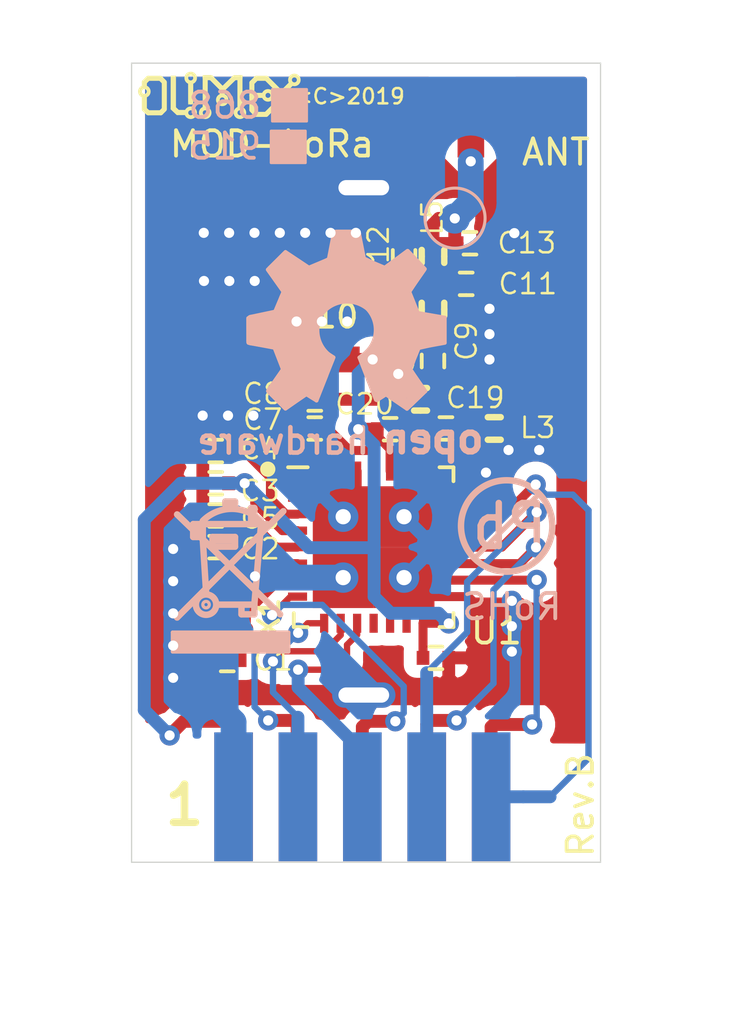
<source format=kicad_pcb>
(kicad_pcb (version 20171130) (host pcbnew 5.1.0-rc1-unknown-9a8afdf~76~ubuntu18.04.1)

  (general
    (thickness 1.6)
    (drawings 14)
    (tracks 288)
    (zones 0)
    (modules 30)
    (nets 28)
  )

  (page A4)
  (layers
    (0 F.Cu signal)
    (31 B.Cu signal)
    (32 B.Adhes user)
    (33 F.Adhes user)
    (34 B.Paste user)
    (35 F.Paste user)
    (36 B.SilkS user)
    (37 F.SilkS user)
    (38 B.Mask user)
    (39 F.Mask user)
    (40 Dwgs.User user)
    (41 Cmts.User user)
    (42 Eco1.User user)
    (43 Eco2.User user)
    (44 Edge.Cuts user)
    (45 Margin user)
    (46 B.CrtYd user)
    (47 F.CrtYd user)
    (48 B.Fab user)
    (49 F.Fab user hide)
  )

  (setup
    (last_trace_width 0.25)
    (user_trace_width 0.3556)
    (user_trace_width 0.508)
    (user_trace_width 1.016)
    (trace_clearance 0.2)
    (zone_clearance 0.508)
    (zone_45_only no)
    (trace_min 0.2)
    (via_size 0.8)
    (via_drill 0.4)
    (via_min_size 0.4)
    (via_min_drill 0.3)
    (uvia_size 0.3)
    (uvia_drill 0.1)
    (uvias_allowed no)
    (uvia_min_size 0.2)
    (uvia_min_drill 0.1)
    (edge_width 0.05)
    (segment_width 0.2)
    (pcb_text_width 0.3)
    (pcb_text_size 1.5 1.5)
    (mod_edge_width 0.12)
    (mod_text_size 1 1)
    (mod_text_width 0.15)
    (pad_size 1.05 2.2)
    (pad_drill 0)
    (pad_to_mask_clearance 0.00129)
    (pad_to_paste_clearance -0.000127)
    (aux_axis_origin 0 0)
    (visible_elements FFFFFF7F)
    (pcbplotparams
      (layerselection 0x010f8_ffffffff)
      (usegerberextensions false)
      (usegerberattributes false)
      (usegerberadvancedattributes false)
      (creategerberjobfile false)
      (excludeedgelayer true)
      (linewidth 0.100000)
      (plotframeref false)
      (viasonmask false)
      (mode 1)
      (useauxorigin false)
      (hpglpennumber 1)
      (hpglpenspeed 20)
      (hpglpendiameter 15.000000)
      (psnegative false)
      (psa4output false)
      (plotreference true)
      (plotvalue false)
      (plotinvisibletext false)
      (padsonsilk false)
      (subtractmaskfromsilk false)
      (outputformat 1)
      (mirror false)
      (drillshape 0)
      (scaleselection 1)
      (outputdirectory ""))
  )

  (net 0 "")
  (net 1 GND)
  (net 2 "Net-(C1-Pad1)")
  (net 3 "Net-(C2-Pad1)")
  (net 4 VAA)
  (net 5 "Net-(C4-Pad1)")
  (net 6 "Net-(C5-Pad1)")
  (net 7 "Net-(C19-Pad1)")
  (net 8 "Net-(C9-Pad1)")
  (net 9 "Net-(C11-Pad1)")
  (net 10 "Net-(C12-Pad1)")
  (net 11 "Net-(C19-Pad2)")
  (net 12 /NSS)
  (net 13 /MOSI)
  (net 14 /RESET)
  (net 15 /SCK)
  (net 16 /MISO)
  (net 17 /DIO0)
  (net 18 /DIO2)
  (net 19 /DIO1)
  (net 20 "Net-(U1-Pad27)")
  (net 21 "Net-(U1-Pad20)")
  (net 22 "Net-(U1-Pad28)")
  (net 23 "Net-(U1-Pad13)")
  (net 24 "Net-(U1-Pad12)")
  (net 25 "Net-(U1-Pad11)")
  (net 26 "Net-(U1-Pad1)")
  (net 27 "Net-(C7-Pad2)")

  (net_class Default "This is the default net class."
    (clearance 0.2)
    (trace_width 0.25)
    (via_dia 0.8)
    (via_drill 0.4)
    (uvia_dia 0.3)
    (uvia_drill 0.1)
    (add_net /DIO0)
    (add_net /DIO1)
    (add_net /DIO2)
    (add_net /MISO)
    (add_net /MOSI)
    (add_net /NSS)
    (add_net /RESET)
    (add_net /SCK)
    (add_net GND)
    (add_net "Net-(C1-Pad1)")
    (add_net "Net-(C11-Pad1)")
    (add_net "Net-(C12-Pad1)")
    (add_net "Net-(C19-Pad1)")
    (add_net "Net-(C19-Pad2)")
    (add_net "Net-(C2-Pad1)")
    (add_net "Net-(C4-Pad1)")
    (add_net "Net-(C5-Pad1)")
    (add_net "Net-(C7-Pad2)")
    (add_net "Net-(C9-Pad1)")
    (add_net "Net-(U1-Pad1)")
    (add_net "Net-(U1-Pad11)")
    (add_net "Net-(U1-Pad12)")
    (add_net "Net-(U1-Pad13)")
    (add_net "Net-(U1-Pad20)")
    (add_net "Net-(U1-Pad27)")
    (add_net "Net-(U1-Pad28)")
    (add_net VAA)
  )

  (module OLIMEX_Other-FP:Fiducial1x3_transp (layer F.Cu) (tedit 5950B992) (tstamp 5C6EABA1)
    (at 121.69 100.46)
    (attr smd)
    (fp_text reference Ref* (at 0 3) (layer F.SilkS) hide
      (effects (font (size 1 1) (thickness 0.15)))
    )
    (fp_text value Val** (at 0 -3) (layer F.Fab) hide
      (effects (font (size 1 1) (thickness 0.15)))
    )
    (fp_circle (center 0 0) (end 1.5 0) (layer Dwgs.User) (width 0.254))
    (pad Fid1 connect circle (at 0 0) (size 1 1) (layers F.Cu F.Mask)
      (solder_mask_margin 0.127) (clearance 1.016) (zone_connect 0))
  )

  (module OLIMEX_IC-FP:QFN-28_EP_6x6_Pitch0.65mm (layer F.Cu) (tedit 5C62628C) (tstamp 5B99156B)
    (at 128.048 108.579141)
    (path /5B98A226)
    (attr smd)
    (fp_text reference U1 (at 4.8448 3.307859) (layer F.SilkS)
      (effects (font (size 1 1) (thickness 0.15)))
    )
    (fp_text value SX1276 (at 0 4.375) (layer F.Fab) hide
      (effects (font (size 1 1) (thickness 0.15)))
    )
    (fp_line (start -3.65 3.65) (end -3.65 -3.65) (layer F.CrtYd) (width 0.05))
    (fp_line (start 3.65 3.65) (end -3.65 3.65) (layer F.CrtYd) (width 0.05))
    (fp_line (start 3.65 -3.65) (end 3.65 3.65) (layer F.CrtYd) (width 0.05))
    (fp_line (start -3.65 -3.65) (end 3.65 -3.65) (layer F.CrtYd) (width 0.05))
    (fp_line (start -2.6 -3.15) (end -3.375 -3.15) (layer F.SilkS) (width 0.15))
    (fp_line (start -3.15 3.15) (end -3.15 2.6) (layer F.SilkS) (width 0.15))
    (fp_line (start -2.6 3.15) (end -3.15 3.15) (layer F.SilkS) (width 0.15))
    (fp_line (start 3.15 3.15) (end 3.15 2.6) (layer F.SilkS) (width 0.15))
    (fp_line (start 2.6 3.15) (end 3.15 3.15) (layer F.SilkS) (width 0.15))
    (fp_line (start 3.15 -3.15) (end 3.15 -2.6) (layer F.SilkS) (width 0.15))
    (fp_line (start 2.6 -3.15) (end 3.15 -3.15) (layer F.SilkS) (width 0.15))
    (fp_line (start 3 -3) (end -2 -3) (layer F.Fab) (width 0.15))
    (fp_line (start 3 3) (end 3 -3) (layer F.Fab) (width 0.15))
    (fp_line (start -3 3) (end 3 3) (layer F.Fab) (width 0.15))
    (fp_line (start -3 -2) (end -3 3) (layer F.Fab) (width 0.15))
    (fp_line (start -2 -3) (end -3 -2) (layer F.Fab) (width 0.15))
    (pad "" connect circle (at -4.175 -3.075) (size 0.6 0.6) (layers F.SilkS))
    (pad 29 thru_hole circle (at 1.2 1.2) (size 1.2 1.2) (drill 0.6) (layers *.Cu *.Mask)
      (net 1 GND))
    (pad 29 thru_hole circle (at 1.2 -1.2) (size 1.2 1.2) (drill 0.6) (layers *.Cu *.Mask)
      (net 1 GND))
    (pad 29 thru_hole circle (at -1.2 1.2) (size 1.2 1.2) (drill 0.6) (layers *.Cu *.Mask)
      (net 1 GND))
    (pad 29 thru_hole circle (at -1.2 -1.2) (size 1.2 1.2) (drill 0.6) (layers *.Cu *.Mask)
      (net 1 GND))
    (pad 29 smd rect (at 1.2 1.2) (size 2.4 2.4) (layers F.Cu F.Paste F.Mask)
      (net 1 GND) (solder_paste_margin -0.1))
    (pad 29 smd rect (at 1.2 -1.2) (size 2.4 2.4) (layers F.Cu F.Paste F.Mask)
      (net 1 GND) (solder_paste_margin -0.1))
    (pad 29 smd rect (at -1.2 1.2) (size 2.4 2.4) (layers F.Cu F.Paste F.Mask)
      (net 1 GND) (solder_paste_margin -0.1))
    (pad 29 smd rect (at -1.2 -1.2) (size 2.4 2.4) (layers F.Cu F.Paste F.Mask)
      (net 1 GND) (solder_paste_margin -0.1))
    (pad 28 smd rect (at -1.95 -3) (size 0.325 0.75) (layers F.Cu F.Paste F.Mask)
      (net 22 "Net-(U1-Pad28)") (solder_mask_margin 0.05) (solder_paste_margin 0.005))
    (pad 27 smd rect (at -1.3 -3) (size 0.325 0.75) (layers F.Cu F.Paste F.Mask)
      (net 20 "Net-(U1-Pad27)") (solder_mask_margin 0.05) (solder_paste_margin 0.005))
    (pad 26 smd rect (at -0.65 -3) (size 0.325 0.75) (layers F.Cu F.Paste F.Mask)
      (net 1 GND) (solder_mask_margin 0.05) (solder_paste_margin 0.005))
    (pad 25 smd rect (at 0 -3) (size 0.325 0.75) (layers F.Cu F.Paste F.Mask)
      (net 27 "Net-(C7-Pad2)") (solder_mask_margin 0.05) (solder_paste_margin 0.005))
    (pad 24 smd rect (at 0.65 -3) (size 0.325 0.75) (layers F.Cu F.Paste F.Mask)
      (net 4 VAA) (solder_mask_margin 0.05) (solder_paste_margin 0.005))
    (pad 23 smd rect (at 1.3 -3) (size 0.325 0.75) (layers F.Cu F.Paste F.Mask)
      (net 1 GND) (solder_mask_margin 0.05) (solder_paste_margin 0.005))
    (pad 22 smd rect (at 1.95 -3) (size 0.325 0.75) (layers F.Cu F.Paste F.Mask)
      (net 11 "Net-(C19-Pad2)") (solder_mask_margin 0.05) (solder_paste_margin 0.005))
    (pad 21 smd rect (at 3 -1.95 90) (size 0.325 0.75) (layers F.Cu F.Paste F.Mask)
      (net 7 "Net-(C19-Pad1)") (solder_mask_margin 0.05) (solder_paste_margin 0.005))
    (pad 20 smd rect (at 3 -1.3 90) (size 0.325 0.75) (layers F.Cu F.Paste F.Mask)
      (net 21 "Net-(U1-Pad20)") (solder_mask_margin 0.05) (solder_paste_margin 0.005))
    (pad 19 smd rect (at 3 -0.65 90) (size 0.325 0.75) (layers F.Cu F.Paste F.Mask)
      (net 12 /NSS) (solder_mask_margin 0.05) (solder_paste_margin 0.005))
    (pad 18 smd rect (at 3 0 90) (size 0.325 0.75) (layers F.Cu F.Paste F.Mask)
      (net 13 /MOSI) (solder_mask_margin 0.05) (solder_paste_margin 0.005))
    (pad 17 smd rect (at 3 0.65 90) (size 0.325 0.75) (layers F.Cu F.Paste F.Mask)
      (net 16 /MISO) (solder_mask_margin 0.05) (solder_paste_margin 0.005))
    (pad 16 smd rect (at 3 1.3 90) (size 0.325 0.75) (layers F.Cu F.Paste F.Mask)
      (net 15 /SCK) (solder_mask_margin 0.05) (solder_paste_margin 0.005))
    (pad 15 smd rect (at 3 1.95 90) (size 0.325 0.75) (layers F.Cu F.Paste F.Mask)
      (net 1 GND) (solder_mask_margin 0.05) (solder_paste_margin 0.005))
    (pad 14 smd rect (at 1.95 3) (size 0.325 0.75) (layers F.Cu F.Paste F.Mask)
      (net 4 VAA) (solder_mask_margin 0.05) (solder_paste_margin 0.005))
    (pad 13 smd rect (at 1.3 3) (size 0.325 0.75) (layers F.Cu F.Paste F.Mask)
      (net 23 "Net-(U1-Pad13)") (solder_mask_margin 0.05) (solder_paste_margin 0.005))
    (pad 12 smd rect (at 0.65 3) (size 0.325 0.75) (layers F.Cu F.Paste F.Mask)
      (net 24 "Net-(U1-Pad12)") (solder_mask_margin 0.05) (solder_paste_margin 0.005))
    (pad 11 smd rect (at 0 3) (size 0.325 0.75) (layers F.Cu F.Paste F.Mask)
      (net 25 "Net-(U1-Pad11)") (solder_mask_margin 0.05) (solder_paste_margin 0.005))
    (pad 10 smd rect (at -0.65 3) (size 0.325 0.75) (layers F.Cu F.Paste F.Mask)
      (net 18 /DIO2) (solder_mask_margin 0.05) (solder_paste_margin 0.005))
    (pad 9 smd rect (at -1.3 3) (size 0.325 0.75) (layers F.Cu F.Paste F.Mask)
      (net 19 /DIO1) (solder_mask_margin 0.05) (solder_paste_margin 0.005))
    (pad 8 smd rect (at -1.95 3) (size 0.325 0.75) (layers F.Cu F.Paste F.Mask)
      (net 17 /DIO0) (solder_mask_margin 0.05) (solder_paste_margin 0.005))
    (pad 7 smd rect (at -3 1.95 90) (size 0.325 0.75) (layers F.Cu F.Paste F.Mask)
      (net 14 /RESET) (solder_mask_margin 0.05) (solder_paste_margin 0.005))
    (pad 6 smd rect (at -3 1.3 90) (size 0.325 0.75) (layers F.Cu F.Paste F.Mask)
      (net 2 "Net-(C1-Pad1)") (solder_mask_margin 0.05) (solder_paste_margin 0.005))
    (pad 5 smd rect (at -3 0.65 90) (size 0.325 0.75) (layers F.Cu F.Paste F.Mask)
      (net 3 "Net-(C2-Pad1)") (solder_mask_margin 0.05) (solder_paste_margin 0.005))
    (pad 4 smd rect (at -3 0 90) (size 0.325 0.75) (layers F.Cu F.Paste F.Mask)
      (net 6 "Net-(C5-Pad1)") (solder_mask_margin 0.05) (solder_paste_margin 0.005))
    (pad 3 smd rect (at -3 -0.65 90) (size 0.325 0.75) (layers F.Cu F.Paste F.Mask)
      (net 4 VAA) (solder_mask_margin 0.05) (solder_paste_margin 0.005))
    (pad 2 smd rect (at -3 -1.3 90) (size 0.325 0.75) (layers F.Cu F.Paste F.Mask)
      (net 5 "Net-(C4-Pad1)") (solder_mask_margin 0.05) (solder_paste_margin 0.005))
    (pad 1 smd rect (at -3 -1.95 90) (size 0.325 0.75) (layers F.Cu F.Paste F.Mask)
      (net 26 "Net-(U1-Pad1)") (solder_mask_margin 0.05) (solder_paste_margin 0.005))
    (model ${KISYS3DMOD}/QFN28-0_4.STEP
      (offset (xyz -1.95 -3.25 0))
      (scale (xyz 1.63 1.63 1.63))
      (rotate (xyz 0 0 0))
    )
  )

  (module OLIMEX_Other-FP:Shield1620 (layer F.Cu) (tedit 5BBD9434) (tstamp 5B9F5A0C)
    (at 127.659999 104.409141 270)
    (path /5BA05A0C)
    (attr smd)
    (fp_text reference SHIELD1 (at 0 18.825 270) (layer F.SilkS) hide
      (effects (font (size 1 1) (thickness 0.15)))
    )
    (fp_text value TESTPAD (at -0.05 -16.5 270) (layer F.Fab)
      (effects (font (size 1 1) (thickness 0.15)))
    )
    (pad 1 thru_hole oval (at 10 0 270) (size 1 2.5) (drill oval 0.6 2) (layers *.Cu *.Mask)
      (net 1 GND) (zone_connect 2))
    (pad 1 thru_hole oval (at -10 0 270) (size 1 2.5) (drill oval 0.6 2) (layers *.Cu *.Mask)
      (net 1 GND) (zone_connect 2))
    (pad 1 smd oval (at 0 -8 270) (size 20.8 0.8) (layers F.Cu F.Mask)
      (net 1 GND) (zone_connect 2))
    (pad 1 smd oval (at 0 8 270) (size 20.8 0.8) (layers F.Cu F.Mask)
      (net 1 GND) (zone_connect 2))
    (pad 1 smd oval (at 10 0) (size 16.8 0.8) (layers F.Cu F.Mask)
      (net 1 GND) (zone_connect 2))
    (pad 1 smd oval (at -10 0) (size 16.8 0.8) (layers F.Cu F.Mask)
      (net 1 GND) (zone_connect 2))
  )

  (module OLIMEX_TestPoints-FP:TP_SMD (layer F.Cu) (tedit 5C5058B0) (tstamp 5B997420)
    (at 131.25 95.62 180)
    (descr SIP4)
    (tags SIP4)
    (path /5B9C6E97)
    (attr virtual)
    (fp_text reference JANT1 (at 0.127 -1.651 180) (layer F.SilkS) hide
      (effects (font (size 1.27 1.27) (thickness 0.254)))
    )
    (fp_text value TESTPAD (at 0.508 1.524 180) (layer F.SilkS) hide
      (effects (font (size 1.27 1.27) (thickness 0.254)))
    )
    (pad 1 thru_hole circle (at 0 0 270) (size 0.6 0.6) (drill 0.4) (layers *.Cu *.Mask)
      (net 10 "Net-(C12-Pad1)"))
    (pad 1 smd circle (at 0 0 270) (size 1.2 1.2) (layers B.Cu B.Mask)
      (net 10 "Net-(C12-Pad1)"))
    (model Housings_SIP/SIP9_Housing.wrl
      (at (xyz 0 0 0))
      (scale (xyz 0 0 0))
      (rotate (xyz 0 0 0))
    )
  )

  (module OLIMEX_Connectors-FP:U.FL-R-SMT-1 (layer F.Cu) (tedit 5C5309B9) (tstamp 5B9F593A)
    (at 131.885 91.192741)
    (path /5B9AC9BC)
    (fp_text reference EXT_ANT1 (at 0.2 3) (layer F.SilkS) hide
      (effects (font (size 1 1) (thickness 0.15)))
    )
    (fp_text value U.FL (at 0 -2.4) (layer F.Fab)
      (effects (font (size 1 1) (thickness 0.15)))
    )
    (fp_circle (center 0 0) (end 0.2 0) (layer F.Fab) (width 0.1))
    (fp_circle (center 0 0) (end 0.8 0) (layer F.Fab) (width 0.1))
    (fp_line (start 0.4 1.8) (end 0.4 1.4) (layer F.Fab) (width 0.1))
    (fp_line (start -0.4 1.8) (end 0.4 1.8) (layer F.Fab) (width 0.1))
    (fp_line (start -0.4 1.4) (end -0.4 1.8) (layer F.Fab) (width 0.1))
    (fp_line (start -1.8 -1) (end -1.4 -1) (layer F.Fab) (width 0.1))
    (fp_line (start -1.8 1) (end -1.8 -1) (layer F.Fab) (width 0.1))
    (fp_line (start -1.4 1) (end -1.8 1) (layer F.Fab) (width 0.1))
    (fp_line (start 1.8 1) (end 1.4 1) (layer F.Fab) (width 0.1))
    (fp_line (start 1.8 -1) (end 1.8 1) (layer F.Fab) (width 0.1))
    (fp_line (start 1.4 -1) (end 1.8 -1) (layer F.Fab) (width 0.1))
    (fp_line (start -1.3 1.3) (end -1.3 -1.3) (layer F.Fab) (width 0.1))
    (fp_line (start 1.3 1.3) (end -1.3 1.3) (layer F.Fab) (width 0.1))
    (fp_line (start 1.3 -1.3) (end 1.3 1.3) (layer F.Fab) (width 0.1))
    (fp_line (start -1.3 -1.3) (end 1.3 -1.3) (layer F.Fab) (width 0.1))
    (pad 2 smd rect (at -1.5 0) (size 1.05 2.2) (layers F.Cu F.Paste F.Mask)
      (net 1 GND) (zone_connect 2))
    (pad 2 smd rect (at 1.5 0) (size 1.05 2.2) (layers F.Cu F.Paste F.Mask)
      (net 1 GND) (zone_connect 2))
    (pad 1 smd rect (at 0 1.5) (size 1.05 1.05) (layers F.Cu F.Paste F.Mask)
      (net 10 "Net-(C12-Pad1)"))
    (model ${KIPRJMOD}/3d/Connector_Coaxial.3dshapes/U.FL_Hirose_U.FL-R-SMT-1_Vertical.step
      (at (xyz 0 0 0))
      (scale (xyz 1 1 1))
      (rotate (xyz 0 0 -90))
    )
  )

  (module OLIMEX_RLC-FP:C_0603_5MIL_DWS (layer F.Cu) (tedit 5B9906CE) (tstamp 5B991387)
    (at 126.1 101.18 180)
    (descr "Resistor SMD 0603, reflow soldering, Vishay (see dcrcw.pdf)")
    (tags "resistor 0603")
    (path /5BB62760)
    (attr smd)
    (fp_text reference C10 (at -0.03 1.7 180) (layer F.SilkS)
      (effects (font (size 0.9 0.9) (thickness 0.15)))
    )
    (fp_text value 22uF (at 0.127 1.778 180) (layer F.Fab)
      (effects (font (size 1.27 1.27) (thickness 0.254)))
    )
    (fp_line (start -0.508 -0.762) (end 0.508 -0.762) (layer F.CrtYd) (width 0.254))
    (fp_line (start -0.508 0.762) (end 0.508 0.762) (layer F.CrtYd) (width 0.254))
    (fp_line (start -1.651 0.762) (end -0.508 0.762) (layer F.CrtYd) (width 0.254))
    (fp_line (start -1.651 -0.762) (end -1.651 0.762) (layer F.CrtYd) (width 0.254))
    (fp_line (start -0.508 -0.762) (end -1.651 -0.762) (layer F.CrtYd) (width 0.254))
    (fp_line (start 1.651 0.762) (end 0.508 0.762) (layer F.CrtYd) (width 0.254))
    (fp_line (start 1.651 -0.762) (end 1.651 0.762) (layer F.CrtYd) (width 0.254))
    (fp_line (start 0.508 -0.762) (end 1.651 -0.762) (layer F.CrtYd) (width 0.254))
    (fp_line (start 0 -0.381) (end -0.762 -0.381) (layer F.Fab) (width 0.15))
    (fp_line (start -0.762 -0.381) (end -0.762 0.381) (layer F.Fab) (width 0.15))
    (fp_line (start -0.762 0.381) (end 0.762 0.381) (layer F.Fab) (width 0.15))
    (fp_line (start 0.762 0.381) (end 0.762 -0.381) (layer F.Fab) (width 0.15))
    (fp_line (start 0.762 -0.381) (end 0 -0.381) (layer F.Fab) (width 0.15))
    (pad 2 smd rect (at 0.889 0 180) (size 1.016 1.016) (layers F.Cu F.Paste F.Mask)
      (net 1 GND) (solder_mask_margin 0.0508) (clearance 0.0508))
    (pad 1 smd rect (at -0.889 0 180) (size 1.016 1.016) (layers F.Cu F.Paste F.Mask)
      (net 4 VAA) (solder_mask_margin 0.0508) (clearance 0.0508))
    (model Resistors_SMD/R_0603.wrl
      (at (xyz 0 0 0))
      (scale (xyz 1 1 1))
      (rotate (xyz 0 0 0))
    )
    (model ${KIPRJMOD}/3d/Capacitor_SMD.3dshapes/C_0603_1608Metric.step
      (at (xyz 0 0 0))
      (scale (xyz 1 1 1))
      (rotate (xyz 0 0 0))
    )
  )

  (module OLIMEX_RLC-FP:L_0402_5MIL_DWS (layer F.Cu) (tedit 594A134F) (tstamp 5B991505)
    (at 130.39 97.117 90)
    (tags C0402)
    (path /5B9AC974)
    (attr smd)
    (fp_text reference L5 (at 1.527 -0.03 90) (layer F.SilkS)
      (effects (font (size 0.8 0.8) (thickness 0.1)))
    )
    (fp_text value 6.2nH (at 0 1.905 90) (layer F.Fab)
      (effects (font (size 1.27 1.27) (thickness 0.254)))
    )
    (fp_line (start -0.49784 0.24892) (end -0.49784 -0.24892) (layer F.Fab) (width 0.06604))
    (fp_line (start -0.49784 -0.24892) (end 0.49784 -0.24892) (layer F.Fab) (width 0.06604))
    (fp_line (start 0.49784 0.24892) (end 0.49784 -0.24892) (layer F.Fab) (width 0.06604))
    (fp_line (start -0.49784 0.24892) (end 0.49784 0.24892) (layer F.Fab) (width 0.06604))
    (fp_line (start 0 0.4445) (end -0.254 0.4445) (layer F.SilkS) (width 0.254))
    (fp_line (start 0 0.4445) (end 0.254 0.4445) (layer F.SilkS) (width 0.254))
    (fp_line (start 0 -0.4445) (end 0.254 -0.4445) (layer F.SilkS) (width 0.254))
    (fp_line (start 0 -0.4445) (end -0.254 -0.4445) (layer F.SilkS) (width 0.254))
    (fp_line (start -0.254 -0.4445) (end -0.889 -0.4445) (layer Dwgs.User) (width 0.254))
    (fp_line (start -0.889 -0.4445) (end -0.889 0.4445) (layer Dwgs.User) (width 0.254))
    (fp_line (start -0.889 0.4445) (end -0.254 0.4445) (layer Dwgs.User) (width 0.254))
    (fp_line (start 0.254 -0.4445) (end 0.889 -0.4445) (layer Dwgs.User) (width 0.254))
    (fp_line (start 0.889 -0.4445) (end 0.889 0.4445) (layer Dwgs.User) (width 0.254))
    (fp_line (start 0.889 0.4445) (end 0.254 0.4445) (layer Dwgs.User) (width 0.254))
    (pad 2 smd rect (at 0.508 0 90) (size 0.5 0.55) (layers F.Cu F.Paste F.Mask)
      (net 10 "Net-(C12-Pad1)") (solder_mask_margin 0.0508))
    (pad 1 smd rect (at -0.508 0 270) (size 0.5 0.55) (layers F.Cu F.Paste F.Mask)
      (net 9 "Net-(C11-Pad1)") (solder_mask_margin 0.0508))
    (model ${KIPRJMOD}/3d/Inductor_SMD.3dshapes/L_0402_1005Metric.step
      (at (xyz 0 0 0))
      (scale (xyz 1 1 1))
      (rotate (xyz 0 0 0))
    )
  )

  (module OLIMEX_Crystal-FP:SMD2016_4p (layer F.Cu) (tedit 5B98CBF9) (tstamp 5B99157B)
    (at 122.2 110.779141 90)
    (path /5B9B6643)
    (fp_text reference X1 (at -0.574459 1.7266 90) (layer F.SilkS)
      (effects (font (size 0.8 0.8) (thickness 0.15)))
    )
    (fp_text value 32.000MHz_10ppm (at 0 -11.43 90) (layer F.Fab)
      (effects (font (size 1 1) (thickness 0.15)))
    )
    (fp_line (start -1.025 0.825) (end -1.025 -0.825) (layer F.Fab) (width 0.12))
    (fp_line (start 1.025 0.825) (end -1.025 0.825) (layer F.Fab) (width 0.12))
    (fp_line (start 1.025 -0.825) (end 1.025 0.825) (layer F.Fab) (width 0.12))
    (fp_line (start -1.025 -0.825) (end 1.025 -0.825) (layer F.Fab) (width 0.12))
    (pad 4 smd circle (at -1.025 -0.825 90) (size 0.55 0.55) (layers F.Cu F.Paste F.Mask)
      (net 1 GND))
    (pad 3 smd circle (at 1.025 -0.825 90) (size 0.55 0.55) (layers F.Cu F.Paste F.Mask)
      (net 3 "Net-(C2-Pad1)"))
    (pad 2 smd circle (at 1.025 0.825 90) (size 0.55 0.55) (layers F.Cu F.Paste F.Mask)
      (net 1 GND))
    (pad 1 smd circle (at -1.025 0.825 90) (size 0.55 0.55) (layers F.Cu F.Paste F.Mask)
      (net 2 "Net-(C1-Pad1)"))
    (pad 4 smd rect (at -0.675 -0.525 90) (size 0.85 0.75) (layers F.Cu F.Paste F.Mask)
      (net 1 GND))
    (pad 3 smd rect (at 0.675 -0.525 90) (size 0.85 0.75) (layers F.Cu F.Paste F.Mask)
      (net 3 "Net-(C2-Pad1)"))
    (pad 2 smd rect (at 0.675 0.525 90) (size 0.85 0.75) (layers F.Cu F.Paste F.Mask)
      (net 1 GND))
    (pad 1 smd rect (at -0.675 0.525 90) (size 0.85 0.75) (layers F.Cu F.Paste F.Mask)
      (net 2 "Net-(C1-Pad1)"))
    (model ${KIPRJMOD}/3d/Crystal.3dshapes/Crystal_SMD_3225-4Pin_3.2x2.5mm_HandSoldering.step
      (at (xyz 0 0 0))
      (scale (xyz 0.7 0.7 1))
      (rotate (xyz 0 0 0))
    )
  )

  (module OLIMEX_RLC-FP:L_0402_5MIL_DWS (layer F.Cu) (tedit 594A134F) (tstamp 5B9914F1)
    (at 130.39 99.2 90)
    (tags C0402)
    (path /5B9AC952)
    (attr smd)
    (fp_text reference L4 (at 0 -1.27 90) (layer F.SilkS)
      (effects (font (size 0.8 0.8) (thickness 0.1)))
    )
    (fp_text value 10nH (at 0 1.905 90) (layer F.Fab)
      (effects (font (size 1.27 1.27) (thickness 0.254)))
    )
    (fp_line (start -0.49784 0.24892) (end -0.49784 -0.24892) (layer F.Fab) (width 0.06604))
    (fp_line (start -0.49784 -0.24892) (end 0.49784 -0.24892) (layer F.Fab) (width 0.06604))
    (fp_line (start 0.49784 0.24892) (end 0.49784 -0.24892) (layer F.Fab) (width 0.06604))
    (fp_line (start -0.49784 0.24892) (end 0.49784 0.24892) (layer F.Fab) (width 0.06604))
    (fp_line (start 0 0.4445) (end -0.254 0.4445) (layer F.SilkS) (width 0.254))
    (fp_line (start 0 0.4445) (end 0.254 0.4445) (layer F.SilkS) (width 0.254))
    (fp_line (start 0 -0.4445) (end 0.254 -0.4445) (layer F.SilkS) (width 0.254))
    (fp_line (start 0 -0.4445) (end -0.254 -0.4445) (layer F.SilkS) (width 0.254))
    (fp_line (start -0.254 -0.4445) (end -0.889 -0.4445) (layer Dwgs.User) (width 0.254))
    (fp_line (start -0.889 -0.4445) (end -0.889 0.4445) (layer Dwgs.User) (width 0.254))
    (fp_line (start -0.889 0.4445) (end -0.254 0.4445) (layer Dwgs.User) (width 0.254))
    (fp_line (start 0.254 -0.4445) (end 0.889 -0.4445) (layer Dwgs.User) (width 0.254))
    (fp_line (start 0.889 -0.4445) (end 0.889 0.4445) (layer Dwgs.User) (width 0.254))
    (fp_line (start 0.889 0.4445) (end 0.254 0.4445) (layer Dwgs.User) (width 0.254))
    (pad 2 smd rect (at 0.508 0 90) (size 0.5 0.55) (layers F.Cu F.Paste F.Mask)
      (net 9 "Net-(C11-Pad1)") (solder_mask_margin 0.0508))
    (pad 1 smd rect (at -0.508 0 270) (size 0.5 0.55) (layers F.Cu F.Paste F.Mask)
      (net 8 "Net-(C9-Pad1)") (solder_mask_margin 0.0508))
    (model ${KIPRJMOD}/3d/Inductor_SMD.3dshapes/L_0402_1005Metric.step
      (at (xyz 0 0 0))
      (scale (xyz 1 1 1))
      (rotate (xyz 0 0 0))
    )
  )

  (module OLIMEX_RLC-FP:L_0402_5MIL_DWS (layer F.Cu) (tedit 5C53099F) (tstamp 5B9914DD)
    (at 132.808 103.9 180)
    (tags C0402)
    (path /5B9A1C08)
    (attr smd)
    (fp_text reference L3 (at -1.712 0.03 180) (layer F.SilkS)
      (effects (font (size 0.8 0.8) (thickness 0.1)))
    )
    (fp_text value 6.8nH (at 0 1.905 180) (layer F.Fab)
      (effects (font (size 1.27 1.27) (thickness 0.254)))
    )
    (fp_line (start -0.49784 0.24892) (end -0.49784 -0.24892) (layer F.Fab) (width 0.06604))
    (fp_line (start -0.49784 -0.24892) (end 0.49784 -0.24892) (layer F.Fab) (width 0.06604))
    (fp_line (start 0.49784 0.24892) (end 0.49784 -0.24892) (layer F.Fab) (width 0.06604))
    (fp_line (start -0.49784 0.24892) (end 0.49784 0.24892) (layer F.Fab) (width 0.06604))
    (fp_line (start 0 0.4445) (end -0.254 0.4445) (layer F.SilkS) (width 0.254))
    (fp_line (start 0 0.4445) (end 0.254 0.4445) (layer F.SilkS) (width 0.254))
    (fp_line (start 0 -0.4445) (end 0.254 -0.4445) (layer F.SilkS) (width 0.254))
    (fp_line (start 0 -0.4445) (end -0.254 -0.4445) (layer F.SilkS) (width 0.254))
    (fp_line (start -0.254 -0.4445) (end -0.889 -0.4445) (layer Dwgs.User) (width 0.254))
    (fp_line (start -0.889 -0.4445) (end -0.889 0.4445) (layer Dwgs.User) (width 0.254))
    (fp_line (start -0.889 0.4445) (end -0.254 0.4445) (layer Dwgs.User) (width 0.254))
    (fp_line (start 0.254 -0.4445) (end 0.889 -0.4445) (layer Dwgs.User) (width 0.254))
    (fp_line (start 0.889 -0.4445) (end 0.889 0.4445) (layer Dwgs.User) (width 0.254))
    (fp_line (start 0.889 0.4445) (end 0.254 0.4445) (layer Dwgs.User) (width 0.254))
    (pad 2 smd rect (at 0.508 0 180) (size 0.5 0.55) (layers F.Cu F.Paste F.Mask)
      (net 7 "Net-(C19-Pad1)") (solder_mask_margin 0.0508))
    (pad 1 smd rect (at -0.508 0) (size 0.5 0.55) (layers F.Cu F.Paste F.Mask)
      (net 1 GND) (solder_mask_margin 0.0508) (zone_connect 2))
    (model ${KIPRJMOD}/3d/Inductor_SMD.3dshapes/L_0402_1005Metric.step
      (at (xyz 0 0 0))
      (scale (xyz 1 1 1))
      (rotate (xyz 0 0 0))
    )
  )

  (module OLIMEX_RLC-FP:L_0402_5MIL_DWS (layer F.Cu) (tedit 594A134F) (tstamp 5B9914C9)
    (at 129.9 102.75 180)
    (tags C0402)
    (path /5B9A1BF5)
    (attr smd)
    (fp_text reference L2 (at 0.85 1.15 180) (layer F.SilkS)
      (effects (font (size 0.8 0.8) (thickness 0.1)))
    )
    (fp_text value 33nH (at 0 1.905 180) (layer F.Fab)
      (effects (font (size 1.27 1.27) (thickness 0.254)))
    )
    (fp_line (start -0.49784 0.24892) (end -0.49784 -0.24892) (layer F.Fab) (width 0.06604))
    (fp_line (start -0.49784 -0.24892) (end 0.49784 -0.24892) (layer F.Fab) (width 0.06604))
    (fp_line (start 0.49784 0.24892) (end 0.49784 -0.24892) (layer F.Fab) (width 0.06604))
    (fp_line (start -0.49784 0.24892) (end 0.49784 0.24892) (layer F.Fab) (width 0.06604))
    (fp_line (start 0 0.4445) (end -0.254 0.4445) (layer F.SilkS) (width 0.254))
    (fp_line (start 0 0.4445) (end 0.254 0.4445) (layer F.SilkS) (width 0.254))
    (fp_line (start 0 -0.4445) (end 0.254 -0.4445) (layer F.SilkS) (width 0.254))
    (fp_line (start 0 -0.4445) (end -0.254 -0.4445) (layer F.SilkS) (width 0.254))
    (fp_line (start -0.254 -0.4445) (end -0.889 -0.4445) (layer Dwgs.User) (width 0.254))
    (fp_line (start -0.889 -0.4445) (end -0.889 0.4445) (layer Dwgs.User) (width 0.254))
    (fp_line (start -0.889 0.4445) (end -0.254 0.4445) (layer Dwgs.User) (width 0.254))
    (fp_line (start 0.254 -0.4445) (end 0.889 -0.4445) (layer Dwgs.User) (width 0.254))
    (fp_line (start 0.889 -0.4445) (end 0.889 0.4445) (layer Dwgs.User) (width 0.254))
    (fp_line (start 0.889 0.4445) (end 0.254 0.4445) (layer Dwgs.User) (width 0.254))
    (pad 2 smd rect (at 0.508 0 180) (size 0.5 0.55) (layers F.Cu F.Paste F.Mask)
      (net 27 "Net-(C7-Pad2)") (solder_mask_margin 0.0508))
    (pad 1 smd rect (at -0.508 0) (size 0.5 0.55) (layers F.Cu F.Paste F.Mask)
      (net 11 "Net-(C19-Pad2)") (solder_mask_margin 0.0508))
    (model ${KIPRJMOD}/3d/Inductor_SMD.3dshapes/L_0402_1005Metric.step
      (at (xyz 0 0 0))
      (scale (xyz 1 1 1))
      (rotate (xyz 0 0 0))
    )
  )

  (module OLIMEX_RLC-FP:C_0402_5MIL_DWS (layer F.Cu) (tedit 5A55FBBA) (tstamp 5B991463)
    (at 125.726141 102.759)
    (tags C0402)
    (path /5B98A79C)
    (attr smd)
    (fp_text reference C8 (at -2.056141 -0.229) (layer F.SilkS)
      (effects (font (size 0.8 0.8) (thickness 0.1)))
    )
    (fp_text value 10nF (at 0 1.905) (layer F.Fab)
      (effects (font (size 1.27 1.27) (thickness 0.254)))
    )
    (fp_line (start -0.49784 0.24892) (end -0.49784 -0.24892) (layer F.Fab) (width 0.06604))
    (fp_line (start -0.49784 -0.24892) (end 0.49784 -0.24892) (layer F.Fab) (width 0.06604))
    (fp_line (start 0.49784 0.24892) (end 0.49784 -0.24892) (layer F.Fab) (width 0.06604))
    (fp_line (start -0.49784 0.24892) (end 0.49784 0.24892) (layer F.Fab) (width 0.06604))
    (fp_line (start 0 0.4445) (end -0.254 0.4445) (layer F.SilkS) (width 0.15))
    (fp_line (start 0 0.4445) (end 0.254 0.4445) (layer F.SilkS) (width 0.15))
    (fp_line (start 0 -0.4445) (end 0.254 -0.4445) (layer F.SilkS) (width 0.15))
    (fp_line (start 0 -0.4445) (end -0.254 -0.4445) (layer F.SilkS) (width 0.15))
    (fp_line (start -0.254 -0.4445) (end -0.889 -0.4445) (layer Dwgs.User) (width 0.254))
    (fp_line (start -0.889 -0.4445) (end -0.889 0.4445) (layer Dwgs.User) (width 0.254))
    (fp_line (start -0.889 0.4445) (end -0.254 0.4445) (layer Dwgs.User) (width 0.254))
    (fp_line (start 0.254 -0.4445) (end 0.889 -0.4445) (layer Dwgs.User) (width 0.254))
    (fp_line (start 0.889 -0.4445) (end 0.889 0.4445) (layer Dwgs.User) (width 0.254))
    (fp_line (start 0.889 0.4445) (end 0.254 0.4445) (layer Dwgs.User) (width 0.254))
    (pad 2 smd rect (at 0.508 0) (size 0.5 0.55) (layers F.Cu F.Paste F.Mask)
      (net 27 "Net-(C7-Pad2)") (solder_mask_margin 0.0508))
    (pad 1 smd rect (at -0.508 0 180) (size 0.5 0.55) (layers F.Cu F.Paste F.Mask)
      (net 1 GND) (solder_mask_margin 0.0508))
    (model ${KIPRJMOD}/3d/Capacitor_SMD.3dshapes/C_0402_1005Metric.step
      (at (xyz 0 0 0))
      (scale (xyz 1 1 1))
      (rotate (xyz 0 0 0))
    )
  )

  (module OLIMEX_RLC-FP:C_0402_5MIL_DWS (layer F.Cu) (tedit 5A55FBBA) (tstamp 5B991413)
    (at 128.7 103.93)
    (tags C0402)
    (path /5B98A579)
    (attr smd)
    (fp_text reference C20 (at -1.01 -0.99 180) (layer F.SilkS)
      (effects (font (size 0.8 0.8) (thickness 0.1)))
    )
    (fp_text value 100nF (at 0 1.905) (layer F.Fab)
      (effects (font (size 1.27 1.27) (thickness 0.254)))
    )
    (fp_line (start -0.49784 0.24892) (end -0.49784 -0.24892) (layer F.Fab) (width 0.06604))
    (fp_line (start -0.49784 -0.24892) (end 0.49784 -0.24892) (layer F.Fab) (width 0.06604))
    (fp_line (start 0.49784 0.24892) (end 0.49784 -0.24892) (layer F.Fab) (width 0.06604))
    (fp_line (start -0.49784 0.24892) (end 0.49784 0.24892) (layer F.Fab) (width 0.06604))
    (fp_line (start 0 0.4445) (end -0.254 0.4445) (layer F.SilkS) (width 0.15))
    (fp_line (start 0 0.4445) (end 0.254 0.4445) (layer F.SilkS) (width 0.15))
    (fp_line (start 0 -0.4445) (end 0.254 -0.4445) (layer F.SilkS) (width 0.15))
    (fp_line (start 0 -0.4445) (end -0.254 -0.4445) (layer F.SilkS) (width 0.15))
    (fp_line (start -0.254 -0.4445) (end -0.889 -0.4445) (layer Dwgs.User) (width 0.254))
    (fp_line (start -0.889 -0.4445) (end -0.889 0.4445) (layer Dwgs.User) (width 0.254))
    (fp_line (start -0.889 0.4445) (end -0.254 0.4445) (layer Dwgs.User) (width 0.254))
    (fp_line (start 0.254 -0.4445) (end 0.889 -0.4445) (layer Dwgs.User) (width 0.254))
    (fp_line (start 0.889 -0.4445) (end 0.889 0.4445) (layer Dwgs.User) (width 0.254))
    (fp_line (start 0.889 0.4445) (end 0.254 0.4445) (layer Dwgs.User) (width 0.254))
    (pad 2 smd rect (at 0.508 0) (size 0.5 0.55) (layers F.Cu F.Paste F.Mask)
      (net 1 GND) (solder_mask_margin 0.0508))
    (pad 1 smd rect (at -0.508 0 180) (size 0.5 0.55) (layers F.Cu F.Paste F.Mask)
      (net 4 VAA) (solder_mask_margin 0.0508))
    (model ${KIPRJMOD}/3d/Capacitor_SMD.3dshapes/C_0402_1005Metric.step
      (at (xyz 0 0 0))
      (scale (xyz 1 1 1))
      (rotate (xyz 0 0 0))
    )
  )

  (module OLIMEX_RLC-FP:C_0402_5MIL_DWS (layer F.Cu) (tedit 5A55FBBA) (tstamp 5B9913FF)
    (at 130.9 103.9 180)
    (tags C0402)
    (path /5B9A1BFF)
    (attr smd)
    (fp_text reference C19 (at -1.16 1.21 180) (layer F.SilkS)
      (effects (font (size 0.8 0.8) (thickness 0.1)))
    )
    (fp_text value 2.2pF (at 0 1.905 180) (layer F.Fab)
      (effects (font (size 1.27 1.27) (thickness 0.254)))
    )
    (fp_line (start -0.49784 0.24892) (end -0.49784 -0.24892) (layer F.Fab) (width 0.06604))
    (fp_line (start -0.49784 -0.24892) (end 0.49784 -0.24892) (layer F.Fab) (width 0.06604))
    (fp_line (start 0.49784 0.24892) (end 0.49784 -0.24892) (layer F.Fab) (width 0.06604))
    (fp_line (start -0.49784 0.24892) (end 0.49784 0.24892) (layer F.Fab) (width 0.06604))
    (fp_line (start 0 0.4445) (end -0.254 0.4445) (layer F.SilkS) (width 0.15))
    (fp_line (start 0 0.4445) (end 0.254 0.4445) (layer F.SilkS) (width 0.15))
    (fp_line (start 0 -0.4445) (end 0.254 -0.4445) (layer F.SilkS) (width 0.15))
    (fp_line (start 0 -0.4445) (end -0.254 -0.4445) (layer F.SilkS) (width 0.15))
    (fp_line (start -0.254 -0.4445) (end -0.889 -0.4445) (layer Dwgs.User) (width 0.254))
    (fp_line (start -0.889 -0.4445) (end -0.889 0.4445) (layer Dwgs.User) (width 0.254))
    (fp_line (start -0.889 0.4445) (end -0.254 0.4445) (layer Dwgs.User) (width 0.254))
    (fp_line (start 0.254 -0.4445) (end 0.889 -0.4445) (layer Dwgs.User) (width 0.254))
    (fp_line (start 0.889 -0.4445) (end 0.889 0.4445) (layer Dwgs.User) (width 0.254))
    (fp_line (start 0.889 0.4445) (end 0.254 0.4445) (layer Dwgs.User) (width 0.254))
    (pad 2 smd rect (at 0.508 0 180) (size 0.5 0.55) (layers F.Cu F.Paste F.Mask)
      (net 11 "Net-(C19-Pad2)") (solder_mask_margin 0.0508))
    (pad 1 smd rect (at -0.508 0) (size 0.5 0.55) (layers F.Cu F.Paste F.Mask)
      (net 7 "Net-(C19-Pad1)") (solder_mask_margin 0.0508))
    (model ${KIPRJMOD}/3d/Capacitor_SMD.3dshapes/C_0402_1005Metric.step
      (at (xyz 0 0 0))
      (scale (xyz 1 1 1))
      (rotate (xyz 0 0 0))
    )
  )

  (module OLIMEX_RLC-FP:C_0402_5MIL_DWS (layer F.Cu) (tedit 5C530995) (tstamp 5B9913C3)
    (at 131.85 96.6)
    (tags C0402)
    (path /5B9AC96C)
    (attr smd)
    (fp_text reference C13 (at 2.24 -0.01) (layer F.SilkS)
      (effects (font (size 0.8 0.8) (thickness 0.1)))
    )
    (fp_text value 1.8pF (at 0 1.905) (layer F.Fab) hide
      (effects (font (size 1.27 1.27) (thickness 0.254)))
    )
    (fp_line (start -0.49784 0.24892) (end -0.49784 -0.24892) (layer F.Fab) (width 0.06604))
    (fp_line (start -0.49784 -0.24892) (end 0.49784 -0.24892) (layer F.Fab) (width 0.06604))
    (fp_line (start 0.49784 0.24892) (end 0.49784 -0.24892) (layer F.Fab) (width 0.06604))
    (fp_line (start -0.49784 0.24892) (end 0.49784 0.24892) (layer F.Fab) (width 0.06604))
    (fp_line (start 0 0.4445) (end -0.254 0.4445) (layer F.SilkS) (width 0.15))
    (fp_line (start 0 0.4445) (end 0.254 0.4445) (layer F.SilkS) (width 0.15))
    (fp_line (start 0 -0.4445) (end 0.254 -0.4445) (layer F.SilkS) (width 0.15))
    (fp_line (start 0 -0.4445) (end -0.254 -0.4445) (layer F.SilkS) (width 0.15))
    (fp_line (start -0.254 -0.4445) (end -0.889 -0.4445) (layer Dwgs.User) (width 0.254))
    (fp_line (start -0.889 -0.4445) (end -0.889 0.4445) (layer Dwgs.User) (width 0.254))
    (fp_line (start -0.889 0.4445) (end -0.254 0.4445) (layer Dwgs.User) (width 0.254))
    (fp_line (start 0.254 -0.4445) (end 0.889 -0.4445) (layer Dwgs.User) (width 0.254))
    (fp_line (start 0.889 -0.4445) (end 0.889 0.4445) (layer Dwgs.User) (width 0.254))
    (fp_line (start 0.889 0.4445) (end 0.254 0.4445) (layer Dwgs.User) (width 0.254))
    (pad 2 smd rect (at 0.508 0) (size 0.5 0.55) (layers F.Cu F.Paste F.Mask)
      (net 1 GND) (solder_mask_margin 0.0508) (zone_connect 2))
    (pad 1 smd rect (at -0.508 0 180) (size 0.5 0.55) (layers F.Cu F.Paste F.Mask)
      (net 10 "Net-(C12-Pad1)") (solder_mask_margin 0.0508))
    (model ${KIPRJMOD}/3d/Capacitor_SMD.3dshapes/C_0402_1005Metric.step
      (at (xyz 0 0 0))
      (scale (xyz 1 1 1))
      (rotate (xyz 0 0 0))
    )
  )

  (module OLIMEX_RLC-FP:C_0402_5MIL_DWS (layer F.Cu) (tedit 5A55FBBA) (tstamp 5BBDB05D)
    (at 129.25 97.12 270)
    (tags C0402)
    (path /5B9AC962)
    (attr smd)
    (fp_text reference C12 (at -0.068 1.011359 270) (layer F.SilkS)
      (effects (font (size 0.8 0.8) (thickness 0.1)))
    )
    (fp_text value 1.2pF (at 0 1.905 270) (layer F.Fab)
      (effects (font (size 1.27 1.27) (thickness 0.254)))
    )
    (fp_line (start -0.49784 0.24892) (end -0.49784 -0.24892) (layer F.Fab) (width 0.06604))
    (fp_line (start -0.49784 -0.24892) (end 0.49784 -0.24892) (layer F.Fab) (width 0.06604))
    (fp_line (start 0.49784 0.24892) (end 0.49784 -0.24892) (layer F.Fab) (width 0.06604))
    (fp_line (start -0.49784 0.24892) (end 0.49784 0.24892) (layer F.Fab) (width 0.06604))
    (fp_line (start 0 0.4445) (end -0.254 0.4445) (layer F.SilkS) (width 0.15))
    (fp_line (start 0 0.4445) (end 0.254 0.4445) (layer F.SilkS) (width 0.15))
    (fp_line (start 0 -0.4445) (end 0.254 -0.4445) (layer F.SilkS) (width 0.15))
    (fp_line (start 0 -0.4445) (end -0.254 -0.4445) (layer F.SilkS) (width 0.15))
    (fp_line (start -0.254 -0.4445) (end -0.889 -0.4445) (layer Dwgs.User) (width 0.254))
    (fp_line (start -0.889 -0.4445) (end -0.889 0.4445) (layer Dwgs.User) (width 0.254))
    (fp_line (start -0.889 0.4445) (end -0.254 0.4445) (layer Dwgs.User) (width 0.254))
    (fp_line (start 0.254 -0.4445) (end 0.889 -0.4445) (layer Dwgs.User) (width 0.254))
    (fp_line (start 0.889 -0.4445) (end 0.889 0.4445) (layer Dwgs.User) (width 0.254))
    (fp_line (start 0.889 0.4445) (end 0.254 0.4445) (layer Dwgs.User) (width 0.254))
    (pad 2 smd rect (at 0.508 0 270) (size 0.5 0.55) (layers F.Cu F.Paste F.Mask)
      (net 9 "Net-(C11-Pad1)") (solder_mask_margin 0.0508))
    (pad 1 smd rect (at -0.508 0 90) (size 0.5 0.55) (layers F.Cu F.Paste F.Mask)
      (net 10 "Net-(C12-Pad1)") (solder_mask_margin 0.0508))
    (model ${KIPRJMOD}/3d/Capacitor_SMD.3dshapes/C_0402_1005Metric.step
      (at (xyz 0 0 0))
      (scale (xyz 1 1 1))
      (rotate (xyz 0 0 0))
    )
  )

  (module OLIMEX_RLC-FP:C_0402_5MIL_DWS (layer F.Cu) (tedit 5C53098B) (tstamp 5B99139B)
    (at 131.7 98.2)
    (tags C0402)
    (path /5B9AC95A)
    (attr smd)
    (fp_text reference C11 (at 2.43 0) (layer F.SilkS)
      (effects (font (size 0.8 0.8) (thickness 0.1)))
    )
    (fp_text value 4.7pF (at 0 1.905) (layer F.Fab) hide
      (effects (font (size 1.27 1.27) (thickness 0.254)))
    )
    (fp_line (start -0.49784 0.24892) (end -0.49784 -0.24892) (layer F.Fab) (width 0.06604))
    (fp_line (start -0.49784 -0.24892) (end 0.49784 -0.24892) (layer F.Fab) (width 0.06604))
    (fp_line (start 0.49784 0.24892) (end 0.49784 -0.24892) (layer F.Fab) (width 0.06604))
    (fp_line (start -0.49784 0.24892) (end 0.49784 0.24892) (layer F.Fab) (width 0.06604))
    (fp_line (start 0 0.4445) (end -0.254 0.4445) (layer F.SilkS) (width 0.15))
    (fp_line (start 0 0.4445) (end 0.254 0.4445) (layer F.SilkS) (width 0.15))
    (fp_line (start 0 -0.4445) (end 0.254 -0.4445) (layer F.SilkS) (width 0.15))
    (fp_line (start 0 -0.4445) (end -0.254 -0.4445) (layer F.SilkS) (width 0.15))
    (fp_line (start -0.254 -0.4445) (end -0.889 -0.4445) (layer Dwgs.User) (width 0.254))
    (fp_line (start -0.889 -0.4445) (end -0.889 0.4445) (layer Dwgs.User) (width 0.254))
    (fp_line (start -0.889 0.4445) (end -0.254 0.4445) (layer Dwgs.User) (width 0.254))
    (fp_line (start 0.254 -0.4445) (end 0.889 -0.4445) (layer Dwgs.User) (width 0.254))
    (fp_line (start 0.889 -0.4445) (end 0.889 0.4445) (layer Dwgs.User) (width 0.254))
    (fp_line (start 0.889 0.4445) (end 0.254 0.4445) (layer Dwgs.User) (width 0.254))
    (pad 2 smd rect (at 0.508 0) (size 0.5 0.55) (layers F.Cu F.Paste F.Mask)
      (net 1 GND) (solder_mask_margin 0.0508) (zone_connect 2))
    (pad 1 smd rect (at -0.508 0 180) (size 0.5 0.55) (layers F.Cu F.Paste F.Mask)
      (net 9 "Net-(C11-Pad1)") (solder_mask_margin 0.0508))
    (model ${KIPRJMOD}/3d/Capacitor_SMD.3dshapes/C_0402_1005Metric.step
      (at (xyz 0 0 0))
      (scale (xyz 1 1 1))
      (rotate (xyz 0 0 0))
    )
  )

  (module OLIMEX_RLC-FP:C_0402_5MIL_DWS (layer F.Cu) (tedit 5A55FBBA) (tstamp 5B991374)
    (at 130.39 101.24 270)
    (tags C0402)
    (path /5B9AC947)
    (attr smd)
    (fp_text reference C9 (at -0.78 -1.32 270) (layer F.SilkS)
      (effects (font (size 0.8 0.8) (thickness 0.1)))
    )
    (fp_text value 33pF (at 0 1.905 270) (layer F.Fab)
      (effects (font (size 1.27 1.27) (thickness 0.254)))
    )
    (fp_line (start -0.49784 0.24892) (end -0.49784 -0.24892) (layer F.Fab) (width 0.06604))
    (fp_line (start -0.49784 -0.24892) (end 0.49784 -0.24892) (layer F.Fab) (width 0.06604))
    (fp_line (start 0.49784 0.24892) (end 0.49784 -0.24892) (layer F.Fab) (width 0.06604))
    (fp_line (start -0.49784 0.24892) (end 0.49784 0.24892) (layer F.Fab) (width 0.06604))
    (fp_line (start 0 0.4445) (end -0.254 0.4445) (layer F.SilkS) (width 0.15))
    (fp_line (start 0 0.4445) (end 0.254 0.4445) (layer F.SilkS) (width 0.15))
    (fp_line (start 0 -0.4445) (end 0.254 -0.4445) (layer F.SilkS) (width 0.15))
    (fp_line (start 0 -0.4445) (end -0.254 -0.4445) (layer F.SilkS) (width 0.15))
    (fp_line (start -0.254 -0.4445) (end -0.889 -0.4445) (layer Dwgs.User) (width 0.254))
    (fp_line (start -0.889 -0.4445) (end -0.889 0.4445) (layer Dwgs.User) (width 0.254))
    (fp_line (start -0.889 0.4445) (end -0.254 0.4445) (layer Dwgs.User) (width 0.254))
    (fp_line (start 0.254 -0.4445) (end 0.889 -0.4445) (layer Dwgs.User) (width 0.254))
    (fp_line (start 0.889 -0.4445) (end 0.889 0.4445) (layer Dwgs.User) (width 0.254))
    (fp_line (start 0.889 0.4445) (end 0.254 0.4445) (layer Dwgs.User) (width 0.254))
    (pad 2 smd rect (at 0.508 0 270) (size 0.5 0.55) (layers F.Cu F.Paste F.Mask)
      (net 11 "Net-(C19-Pad2)") (solder_mask_margin 0.0508))
    (pad 1 smd rect (at -0.508 0 90) (size 0.5 0.55) (layers F.Cu F.Paste F.Mask)
      (net 8 "Net-(C9-Pad1)") (solder_mask_margin 0.0508))
    (model ${KIPRJMOD}/3d/Capacitor_SMD.3dshapes/C_0402_1005Metric.step
      (at (xyz 0 0 0))
      (scale (xyz 1 1 1))
      (rotate (xyz 0 0 0))
    )
  )

  (module OLIMEX_RLC-FP:C_0402_5MIL_DWS (layer F.Cu) (tedit 5A55FBBA) (tstamp 5B99134C)
    (at 125.726141 103.902)
    (tags C0402)
    (path /5B98A7E2)
    (attr smd)
    (fp_text reference C7 (at -2.056141 -0.352) (layer F.SilkS)
      (effects (font (size 0.8 0.8) (thickness 0.1)))
    )
    (fp_text value 47pF (at 0 1.905) (layer F.Fab)
      (effects (font (size 1.27 1.27) (thickness 0.254)))
    )
    (fp_line (start -0.49784 0.24892) (end -0.49784 -0.24892) (layer F.Fab) (width 0.06604))
    (fp_line (start -0.49784 -0.24892) (end 0.49784 -0.24892) (layer F.Fab) (width 0.06604))
    (fp_line (start 0.49784 0.24892) (end 0.49784 -0.24892) (layer F.Fab) (width 0.06604))
    (fp_line (start -0.49784 0.24892) (end 0.49784 0.24892) (layer F.Fab) (width 0.06604))
    (fp_line (start 0 0.4445) (end -0.254 0.4445) (layer F.SilkS) (width 0.15))
    (fp_line (start 0 0.4445) (end 0.254 0.4445) (layer F.SilkS) (width 0.15))
    (fp_line (start 0 -0.4445) (end 0.254 -0.4445) (layer F.SilkS) (width 0.15))
    (fp_line (start 0 -0.4445) (end -0.254 -0.4445) (layer F.SilkS) (width 0.15))
    (fp_line (start -0.254 -0.4445) (end -0.889 -0.4445) (layer Dwgs.User) (width 0.254))
    (fp_line (start -0.889 -0.4445) (end -0.889 0.4445) (layer Dwgs.User) (width 0.254))
    (fp_line (start -0.889 0.4445) (end -0.254 0.4445) (layer Dwgs.User) (width 0.254))
    (fp_line (start 0.254 -0.4445) (end 0.889 -0.4445) (layer Dwgs.User) (width 0.254))
    (fp_line (start 0.889 -0.4445) (end 0.889 0.4445) (layer Dwgs.User) (width 0.254))
    (fp_line (start 0.889 0.4445) (end 0.254 0.4445) (layer Dwgs.User) (width 0.254))
    (pad 2 smd rect (at 0.508 0) (size 0.5 0.55) (layers F.Cu F.Paste F.Mask)
      (net 27 "Net-(C7-Pad2)") (solder_mask_margin 0.0508))
    (pad 1 smd rect (at -0.508 0 180) (size 0.5 0.55) (layers F.Cu F.Paste F.Mask)
      (net 1 GND) (solder_mask_margin 0.0508))
    (model ${KIPRJMOD}/3d/Capacitor_SMD.3dshapes/C_0402_1005Metric.step
      (at (xyz 0 0 0))
      (scale (xyz 1 1 1))
      (rotate (xyz 0 0 0))
    )
  )

  (module OLIMEX_RLC-FP:C_0402_5MIL_DWS (layer F.Cu) (tedit 5A55FBBA) (tstamp 5B991338)
    (at 130.5048 112.943541)
    (tags C0402)
    (path /5BA3C9E2)
    (attr smd)
    (fp_text reference C6 (at 0 -1.397) (layer F.SilkS) hide
      (effects (font (size 0.8 0.8) (thickness 0.1)))
    )
    (fp_text value 100nF (at 0 1.905) (layer F.Fab)
      (effects (font (size 1.27 1.27) (thickness 0.254)))
    )
    (fp_line (start -0.49784 0.24892) (end -0.49784 -0.24892) (layer F.Fab) (width 0.06604))
    (fp_line (start -0.49784 -0.24892) (end 0.49784 -0.24892) (layer F.Fab) (width 0.06604))
    (fp_line (start 0.49784 0.24892) (end 0.49784 -0.24892) (layer F.Fab) (width 0.06604))
    (fp_line (start -0.49784 0.24892) (end 0.49784 0.24892) (layer F.Fab) (width 0.06604))
    (fp_line (start 0 0.4445) (end -0.254 0.4445) (layer F.SilkS) (width 0.15))
    (fp_line (start 0 0.4445) (end 0.254 0.4445) (layer F.SilkS) (width 0.15))
    (fp_line (start 0 -0.4445) (end 0.254 -0.4445) (layer F.SilkS) (width 0.15))
    (fp_line (start 0 -0.4445) (end -0.254 -0.4445) (layer F.SilkS) (width 0.15))
    (fp_line (start -0.254 -0.4445) (end -0.889 -0.4445) (layer Dwgs.User) (width 0.254))
    (fp_line (start -0.889 -0.4445) (end -0.889 0.4445) (layer Dwgs.User) (width 0.254))
    (fp_line (start -0.889 0.4445) (end -0.254 0.4445) (layer Dwgs.User) (width 0.254))
    (fp_line (start 0.254 -0.4445) (end 0.889 -0.4445) (layer Dwgs.User) (width 0.254))
    (fp_line (start 0.889 -0.4445) (end 0.889 0.4445) (layer Dwgs.User) (width 0.254))
    (fp_line (start 0.889 0.4445) (end 0.254 0.4445) (layer Dwgs.User) (width 0.254))
    (pad 2 smd rect (at 0.508 0) (size 0.5 0.55) (layers F.Cu F.Paste F.Mask)
      (net 1 GND) (solder_mask_margin 0.0508))
    (pad 1 smd rect (at -0.508 0 180) (size 0.5 0.55) (layers F.Cu F.Paste F.Mask)
      (net 4 VAA) (solder_mask_margin 0.0508))
    (model ${KIPRJMOD}/3d/Capacitor_SMD.3dshapes/C_0402_1005Metric.step
      (at (xyz 0 0 0))
      (scale (xyz 1 1 1))
      (rotate (xyz 0 0 0))
    )
  )

  (module OLIMEX_RLC-FP:C_0402_5MIL_DWS (layer F.Cu) (tedit 5A55FBBA) (tstamp 5B991324)
    (at 121.818 107.33014 180)
    (tags C0402)
    (path /5BA0CC45)
    (attr smd)
    (fp_text reference C5 (at -1.753 -0.11186 180) (layer F.SilkS)
      (effects (font (size 0.8 0.8) (thickness 0.1)))
    )
    (fp_text value 100nF (at 0 1.905 180) (layer F.Fab)
      (effects (font (size 1.27 1.27) (thickness 0.254)))
    )
    (fp_line (start -0.49784 0.24892) (end -0.49784 -0.24892) (layer F.Fab) (width 0.06604))
    (fp_line (start -0.49784 -0.24892) (end 0.49784 -0.24892) (layer F.Fab) (width 0.06604))
    (fp_line (start 0.49784 0.24892) (end 0.49784 -0.24892) (layer F.Fab) (width 0.06604))
    (fp_line (start -0.49784 0.24892) (end 0.49784 0.24892) (layer F.Fab) (width 0.06604))
    (fp_line (start 0 0.4445) (end -0.254 0.4445) (layer F.SilkS) (width 0.15))
    (fp_line (start 0 0.4445) (end 0.254 0.4445) (layer F.SilkS) (width 0.15))
    (fp_line (start 0 -0.4445) (end 0.254 -0.4445) (layer F.SilkS) (width 0.15))
    (fp_line (start 0 -0.4445) (end -0.254 -0.4445) (layer F.SilkS) (width 0.15))
    (fp_line (start -0.254 -0.4445) (end -0.889 -0.4445) (layer Dwgs.User) (width 0.254))
    (fp_line (start -0.889 -0.4445) (end -0.889 0.4445) (layer Dwgs.User) (width 0.254))
    (fp_line (start -0.889 0.4445) (end -0.254 0.4445) (layer Dwgs.User) (width 0.254))
    (fp_line (start 0.254 -0.4445) (end 0.889 -0.4445) (layer Dwgs.User) (width 0.254))
    (fp_line (start 0.889 -0.4445) (end 0.889 0.4445) (layer Dwgs.User) (width 0.254))
    (fp_line (start 0.889 0.4445) (end 0.254 0.4445) (layer Dwgs.User) (width 0.254))
    (pad 2 smd rect (at 0.508 0 180) (size 0.5 0.55) (layers F.Cu F.Paste F.Mask)
      (net 1 GND) (solder_mask_margin 0.0508))
    (pad 1 smd rect (at -0.508 0) (size 0.5 0.55) (layers F.Cu F.Paste F.Mask)
      (net 6 "Net-(C5-Pad1)") (solder_mask_margin 0.0508))
    (model ${KIPRJMOD}/3d/Capacitor_SMD.3dshapes/C_0402_1005Metric.step
      (at (xyz 0 0 0))
      (scale (xyz 1 1 1))
      (rotate (xyz 0 0 0))
    )
  )

  (module OLIMEX_RLC-FP:C_0402_5MIL_DWS (layer F.Cu) (tedit 5A55FBBA) (tstamp 5B991310)
    (at 121.818 104.790141 180)
    (tags C0402)
    (path /5BA178DC)
    (attr smd)
    (fp_text reference C4 (at -1.753 0.078641 180) (layer F.SilkS)
      (effects (font (size 0.8 0.8) (thickness 0.1)))
    )
    (fp_text value 100nF (at 0 1.905 180) (layer F.Fab)
      (effects (font (size 1.27 1.27) (thickness 0.254)))
    )
    (fp_line (start -0.49784 0.24892) (end -0.49784 -0.24892) (layer F.Fab) (width 0.06604))
    (fp_line (start -0.49784 -0.24892) (end 0.49784 -0.24892) (layer F.Fab) (width 0.06604))
    (fp_line (start 0.49784 0.24892) (end 0.49784 -0.24892) (layer F.Fab) (width 0.06604))
    (fp_line (start -0.49784 0.24892) (end 0.49784 0.24892) (layer F.Fab) (width 0.06604))
    (fp_line (start 0 0.4445) (end -0.254 0.4445) (layer F.SilkS) (width 0.15))
    (fp_line (start 0 0.4445) (end 0.254 0.4445) (layer F.SilkS) (width 0.15))
    (fp_line (start 0 -0.4445) (end 0.254 -0.4445) (layer F.SilkS) (width 0.15))
    (fp_line (start 0 -0.4445) (end -0.254 -0.4445) (layer F.SilkS) (width 0.15))
    (fp_line (start -0.254 -0.4445) (end -0.889 -0.4445) (layer Dwgs.User) (width 0.254))
    (fp_line (start -0.889 -0.4445) (end -0.889 0.4445) (layer Dwgs.User) (width 0.254))
    (fp_line (start -0.889 0.4445) (end -0.254 0.4445) (layer Dwgs.User) (width 0.254))
    (fp_line (start 0.254 -0.4445) (end 0.889 -0.4445) (layer Dwgs.User) (width 0.254))
    (fp_line (start 0.889 -0.4445) (end 0.889 0.4445) (layer Dwgs.User) (width 0.254))
    (fp_line (start 0.889 0.4445) (end 0.254 0.4445) (layer Dwgs.User) (width 0.254))
    (pad 2 smd rect (at 0.508 0 180) (size 0.5 0.55) (layers F.Cu F.Paste F.Mask)
      (net 1 GND) (solder_mask_margin 0.0508))
    (pad 1 smd rect (at -0.508 0) (size 0.5 0.55) (layers F.Cu F.Paste F.Mask)
      (net 5 "Net-(C4-Pad1)") (solder_mask_margin 0.0508))
    (model ${KIPRJMOD}/3d/Capacitor_SMD.3dshapes/C_0402_1005Metric.step
      (at (xyz 0 0 0))
      (scale (xyz 1 1 1))
      (rotate (xyz 0 0 0))
    )
  )

  (module OLIMEX_RLC-FP:C_0402_5MIL_DWS (layer F.Cu) (tedit 5A55FBBA) (tstamp 5B9912FC)
    (at 121.818 106.060141 180)
    (tags C0402)
    (path /5BA121B7)
    (attr smd)
    (fp_text reference C3 (at -1.753 -0.302359 180) (layer F.SilkS)
      (effects (font (size 0.8 0.8) (thickness 0.1)))
    )
    (fp_text value 100nF (at 0 1.905 180) (layer F.Fab)
      (effects (font (size 1.27 1.27) (thickness 0.254)))
    )
    (fp_line (start -0.49784 0.24892) (end -0.49784 -0.24892) (layer F.Fab) (width 0.06604))
    (fp_line (start -0.49784 -0.24892) (end 0.49784 -0.24892) (layer F.Fab) (width 0.06604))
    (fp_line (start 0.49784 0.24892) (end 0.49784 -0.24892) (layer F.Fab) (width 0.06604))
    (fp_line (start -0.49784 0.24892) (end 0.49784 0.24892) (layer F.Fab) (width 0.06604))
    (fp_line (start 0 0.4445) (end -0.254 0.4445) (layer F.SilkS) (width 0.15))
    (fp_line (start 0 0.4445) (end 0.254 0.4445) (layer F.SilkS) (width 0.15))
    (fp_line (start 0 -0.4445) (end 0.254 -0.4445) (layer F.SilkS) (width 0.15))
    (fp_line (start 0 -0.4445) (end -0.254 -0.4445) (layer F.SilkS) (width 0.15))
    (fp_line (start -0.254 -0.4445) (end -0.889 -0.4445) (layer Dwgs.User) (width 0.254))
    (fp_line (start -0.889 -0.4445) (end -0.889 0.4445) (layer Dwgs.User) (width 0.254))
    (fp_line (start -0.889 0.4445) (end -0.254 0.4445) (layer Dwgs.User) (width 0.254))
    (fp_line (start 0.254 -0.4445) (end 0.889 -0.4445) (layer Dwgs.User) (width 0.254))
    (fp_line (start 0.889 -0.4445) (end 0.889 0.4445) (layer Dwgs.User) (width 0.254))
    (fp_line (start 0.889 0.4445) (end 0.254 0.4445) (layer Dwgs.User) (width 0.254))
    (pad 2 smd rect (at 0.508 0 180) (size 0.5 0.55) (layers F.Cu F.Paste F.Mask)
      (net 1 GND) (solder_mask_margin 0.0508))
    (pad 1 smd rect (at -0.508 0) (size 0.5 0.55) (layers F.Cu F.Paste F.Mask)
      (net 4 VAA) (solder_mask_margin 0.0508))
    (model ${KIPRJMOD}/3d/Capacitor_SMD.3dshapes/C_0402_1005Metric.step
      (at (xyz 0 0 0))
      (scale (xyz 1 1 1))
      (rotate (xyz 0 0 0))
    )
  )

  (module OLIMEX_RLC-FP:C_0402_5MIL_DWS (layer F.Cu) (tedit 5A55FBBA) (tstamp 5B9912E8)
    (at 121.818 108.579141 180)
    (tags C0402)
    (path /5B9CE77B)
    (attr smd)
    (fp_text reference C2 (at -1.753 -0.069359 180) (layer F.SilkS)
      (effects (font (size 0.8 0.8) (thickness 0.1)))
    )
    (fp_text value 15pF (at 0 1.905 180) (layer F.Fab)
      (effects (font (size 1.27 1.27) (thickness 0.254)))
    )
    (fp_line (start -0.49784 0.24892) (end -0.49784 -0.24892) (layer F.Fab) (width 0.06604))
    (fp_line (start -0.49784 -0.24892) (end 0.49784 -0.24892) (layer F.Fab) (width 0.06604))
    (fp_line (start 0.49784 0.24892) (end 0.49784 -0.24892) (layer F.Fab) (width 0.06604))
    (fp_line (start -0.49784 0.24892) (end 0.49784 0.24892) (layer F.Fab) (width 0.06604))
    (fp_line (start 0 0.4445) (end -0.254 0.4445) (layer F.SilkS) (width 0.15))
    (fp_line (start 0 0.4445) (end 0.254 0.4445) (layer F.SilkS) (width 0.15))
    (fp_line (start 0 -0.4445) (end 0.254 -0.4445) (layer F.SilkS) (width 0.15))
    (fp_line (start 0 -0.4445) (end -0.254 -0.4445) (layer F.SilkS) (width 0.15))
    (fp_line (start -0.254 -0.4445) (end -0.889 -0.4445) (layer Dwgs.User) (width 0.254))
    (fp_line (start -0.889 -0.4445) (end -0.889 0.4445) (layer Dwgs.User) (width 0.254))
    (fp_line (start -0.889 0.4445) (end -0.254 0.4445) (layer Dwgs.User) (width 0.254))
    (fp_line (start 0.254 -0.4445) (end 0.889 -0.4445) (layer Dwgs.User) (width 0.254))
    (fp_line (start 0.889 -0.4445) (end 0.889 0.4445) (layer Dwgs.User) (width 0.254))
    (fp_line (start 0.889 0.4445) (end 0.254 0.4445) (layer Dwgs.User) (width 0.254))
    (pad 2 smd rect (at 0.508 0 180) (size 0.5 0.55) (layers F.Cu F.Paste F.Mask)
      (net 1 GND) (solder_mask_margin 0.0508))
    (pad 1 smd rect (at -0.508 0) (size 0.5 0.55) (layers F.Cu F.Paste F.Mask)
      (net 3 "Net-(C2-Pad1)") (solder_mask_margin 0.0508))
    (model ${KIPRJMOD}/3d/Capacitor_SMD.3dshapes/C_0402_1005Metric.step
      (at (xyz 0 0 0))
      (scale (xyz 1 1 1))
      (rotate (xyz 0 0 0))
    )
  )

  (module OLIMEX_RLC-FP:C_0402_5MIL_DWS (layer F.Cu) (tedit 5A55FBBA) (tstamp 5B9912D4)
    (at 122.275 113.029141 180)
    (tags C0402)
    (path /5B9CE655)
    (attr smd)
    (fp_text reference C1 (at -1.804 -0.000859 180) (layer F.SilkS)
      (effects (font (size 0.8 0.8) (thickness 0.1)))
    )
    (fp_text value 15pF (at 0 1.905 180) (layer F.Fab)
      (effects (font (size 1.27 1.27) (thickness 0.254)))
    )
    (fp_line (start -0.49784 0.24892) (end -0.49784 -0.24892) (layer F.Fab) (width 0.06604))
    (fp_line (start -0.49784 -0.24892) (end 0.49784 -0.24892) (layer F.Fab) (width 0.06604))
    (fp_line (start 0.49784 0.24892) (end 0.49784 -0.24892) (layer F.Fab) (width 0.06604))
    (fp_line (start -0.49784 0.24892) (end 0.49784 0.24892) (layer F.Fab) (width 0.06604))
    (fp_line (start 0 0.4445) (end -0.254 0.4445) (layer F.SilkS) (width 0.15))
    (fp_line (start 0 0.4445) (end 0.254 0.4445) (layer F.SilkS) (width 0.15))
    (fp_line (start 0 -0.4445) (end 0.254 -0.4445) (layer F.SilkS) (width 0.15))
    (fp_line (start 0 -0.4445) (end -0.254 -0.4445) (layer F.SilkS) (width 0.15))
    (fp_line (start -0.254 -0.4445) (end -0.889 -0.4445) (layer Dwgs.User) (width 0.254))
    (fp_line (start -0.889 -0.4445) (end -0.889 0.4445) (layer Dwgs.User) (width 0.254))
    (fp_line (start -0.889 0.4445) (end -0.254 0.4445) (layer Dwgs.User) (width 0.254))
    (fp_line (start 0.254 -0.4445) (end 0.889 -0.4445) (layer Dwgs.User) (width 0.254))
    (fp_line (start 0.889 -0.4445) (end 0.889 0.4445) (layer Dwgs.User) (width 0.254))
    (fp_line (start 0.889 0.4445) (end 0.254 0.4445) (layer Dwgs.User) (width 0.254))
    (pad 2 smd rect (at 0.508 0 180) (size 0.5 0.55) (layers F.Cu F.Paste F.Mask)
      (net 1 GND) (solder_mask_margin 0.0508))
    (pad 1 smd rect (at -0.508 0) (size 0.5 0.55) (layers F.Cu F.Paste F.Mask)
      (net 2 "Net-(C1-Pad1)") (solder_mask_margin 0.0508))
    (model ${KIPRJMOD}/3d/Capacitor_SMD.3dshapes/C_0402_1005Metric.step
      (at (xyz 0 0 0))
      (scale (xyz 1 1 1))
      (rotate (xyz 0 0 0))
    )
  )

  (module OLIMEX_LOGOs-FP:OLIMEX_LOGO_SMALL_TB (layer F.Cu) (tedit 5539E04C) (tstamp 5BA01A62)
    (at 121.95 90.77)
    (fp_text reference "" (at -1.2827 -14.4145) (layer F.Fab)
      (effects (font (size 1.1 1.1) (thickness 0.254)))
    )
    (fp_text value "" (at -0.0254 13.4112) (layer F.Fab)
      (effects (font (size 1.1 1.1) (thickness 0.254)))
    )
    (fp_circle (center -2.9464 -0.1524) (end -2.8448 -0.2921) (layer F.SilkS) (width 0.15))
    (fp_line (start -2.3114 -0.6713) (end -2.159 -0.5207) (layer F.SilkS) (width 0.2))
    (fp_line (start -2.159 -0.4826) (end -2.159 0.5207) (layer F.SilkS) (width 0.2))
    (fp_line (start -2.2987 0.6858) (end -2.159 0.5461) (layer F.SilkS) (width 0.2))
    (fp_line (start -2.9464 0.0762) (end -2.9464 0.5207) (layer F.SilkS) (width 0.2))
    (fp_line (start -1.8034 -0.6731) (end -1.8034 0.508) (layer F.SilkS) (width 0.2))
    (fp_line (start -1.8034 0.508) (end -1.6256 0.6731) (layer F.SilkS) (width 0.2))
    (fp_line (start -1.6256 0.6731) (end -1.3462 0.6731) (layer F.SilkS) (width 0.2))
    (fp_circle (center -1.1176 0.6858) (end -1.016 0.5461) (layer F.SilkS) (width 0.15))
    (fp_line (start -1.1176 -0.4572) (end -1.1176 0.254) (layer F.SilkS) (width 0.2))
    (fp_circle (center -1.1176 -0.6858) (end -1.016 -0.8255) (layer F.SilkS) (width 0.15))
    (fp_circle (center -0.5461 0.6858) (end -0.4445 0.5461) (layer F.SilkS) (width 0.15))
    (fp_line (start -0.5461 0.4699) (end -0.5461 -0.6985) (layer F.SilkS) (width 0.2))
    (fp_line (start -0.5461 -0.6985) (end -0.3175 -0.6985) (layer F.SilkS) (width 0.2))
    (fp_line (start -0.3175 -0.6985) (end 0.127 -0.254) (layer F.SilkS) (width 0.2))
    (fp_line (start 0.127 -0.254) (end 0.127 -0.0508) (layer F.SilkS) (width 0.2))
    (fp_line (start 0.127 -0.2286) (end 0.6096 -0.6985) (layer F.SilkS) (width 0.2))
    (fp_circle (center 0.127 0.1778) (end 0.2286 0.0381) (layer F.SilkS) (width 0.15))
    (fp_line (start 0.6096 -0.6985) (end 0.8255 -0.6985) (layer F.SilkS) (width 0.2))
    (fp_line (start 0.8255 -0.6985) (end 0.8255 0.4318) (layer F.SilkS) (width 0.2))
    (fp_circle (center 0.8255 0.6858) (end 0.9271 0.5461) (layer F.SilkS) (width 0.15))
    (fp_circle (center 2.9591 0.6985) (end 3.0607 0.5588) (layer F.SilkS) (width 0.15))
    (fp_line (start 2.8448 0.5334) (end 2.5527 0.2413) (layer F.SilkS) (width 0.2))
    (fp_line (start 2.5527 0.2413) (end 2.3622 0.2413) (layer F.SilkS) (width 0.2))
    (fp_line (start 2.3622 0.2413) (end 1.8542 0.7493) (layer F.SilkS) (width 0.2))
    (fp_line (start 1.8542 0.7493) (end 1.4605 0.7493) (layer F.SilkS) (width 0.2))
    (fp_line (start 1.4605 0.7493) (end 1.2954 0.5715) (layer F.SilkS) (width 0.2))
    (fp_line (start 1.2954 0.5715) (end 1.2954 0) (layer F.SilkS) (width 0.2))
    (fp_line (start 1.2954 -0.4953) (end 1.4732 -0.6731) (layer F.SilkS) (width 0.2))
    (fp_line (start 1.2954 0.0127) (end 1.2954 -0.4953) (layer F.SilkS) (width 0.2))
    (fp_line (start 1.4732 -0.6731) (end 1.8669 -0.6731) (layer F.SilkS) (width 0.2))
    (fp_line (start 1.8669 -0.6731) (end 2.3622 -0.1778) (layer F.SilkS) (width 0.2))
    (fp_line (start 2.3622 -0.1778) (end 2.5654 -0.1778) (layer F.SilkS) (width 0.2))
    (fp_line (start 2.5654 -0.1778) (end 2.8194 -0.4318) (layer F.SilkS) (width 0.2))
    (fp_circle (center 2.9718 -0.6096) (end 3.0734 -0.7493) (layer F.SilkS) (width 0.15))
    (fp_line (start 1.7272 0) (end 1.2954 0) (layer F.SilkS) (width 0.2))
    (fp_circle (center 1.9304 0) (end 2.032 -0.1397) (layer F.SilkS) (width 0.15))
    (fp_line (start -2.794 -0.6731) (end -2.3114 -0.6731) (layer F.SilkS) (width 0.2))
    (fp_line (start -2.9464 -0.5207) (end -2.794 -0.6731) (layer F.SilkS) (width 0.2))
    (fp_line (start -2.9464 -0.3556) (end -2.9464 -0.5207) (layer F.SilkS) (width 0.2))
    (fp_line (start -2.794 0.6858) (end -2.9464 0.5461) (layer F.SilkS) (width 0.2))
    (fp_line (start -2.2987 0.6858) (end -2.794 0.6858) (layer F.SilkS) (width 0.2))
    (fp_line (start -1.905 -0.7747) (end -1.905 0.5207) (layer F.SilkS) (width 0.01))
    (fp_line (start -1.8034 -0.7747) (end -1.905 -0.7747) (layer F.SilkS) (width 0.01))
    (fp_line (start -1.905 0.5461) (end -1.6637 0.7747) (layer F.SilkS) (width 0.01))
    (fp_line (start -1.905 0.5334) (end -1.905 0.5461) (layer F.SilkS) (width 0.01))
    (fp_line (start -1.905 0.5207) (end -1.905 0.5334) (layer F.SilkS) (width 0.01))
    (fp_line (start -1.8923 0.5588) (end -1.905 0.5334) (layer F.SilkS) (width 0.01))
    (fp_line (start -1.6637 0.7747) (end -1.3462 0.7747) (layer F.SilkS) (width 0.01))
    (fp_line (start -1.651 0.7747) (end -1.6637 0.762) (layer F.SilkS) (width 0.01))
    (fp_line (start -1.7018 -0.7747) (end -1.7018 0.4826) (layer F.SilkS) (width 0.01))
    (fp_line (start -1.8034 -0.7747) (end -1.7018 -0.7747) (layer F.SilkS) (width 0.01))
    (fp_line (start -1.87706 -0.74422) (end -1.8288 -0.74422) (layer F.SilkS) (width 0.0625))
    (fp_line (start -1.78054 -0.74168) (end -1.73228 -0.74168) (layer F.SilkS) (width 0.0625))
    (fp_line (start -1.89738 -0.77216) (end -1.89738 -0.6985) (layer F.SilkS) (width 0.0127))
    (fp_line (start -1.71196 -0.77216) (end -1.71196 -0.69342) (layer F.SilkS) (width 0.0127))
    (fp_line (start -1.02362 0.35306) (end -1.21412 0.35306) (layer F.SilkS) (width 0.0127))
    (fp_line (start -1.02362 0.25654) (end -1.02362 0.35306) (layer F.SilkS) (width 0.0127))
    (fp_line (start -1.21412 0.35306) (end -1.21412 -0.4699) (layer F.SilkS) (width 0.0127))
    (fp_line (start -1.20904 0.34036) (end -1.02616 0.34036) (layer F.SilkS) (width 0.0127))
    (fp_line (start -1.21158 0.32766) (end -1.0287 0.32766) (layer F.SilkS) (width 0.0127))
    (fp_line (start -1.21158 0.31496) (end -1.0287 0.31496) (layer F.SilkS) (width 0.0127))
    (fp_line (start -1.21158 0.30226) (end -1.02616 0.30226) (layer F.SilkS) (width 0.0127))
    (fp_line (start -0.64008 -0.79248) (end -0.31242 -0.79248) (layer F.SilkS) (width 0.0127))
    (fp_line (start -0.64008 -0.69596) (end -0.64008 -0.79248) (layer F.SilkS) (width 0.0127))
    (fp_line (start -0.58674 -0.77978) (end -0.63246 -0.77978) (layer F.SilkS) (width 0.0127))
    (fp_line (start -0.62992 -0.7874) (end -0.62992 -0.74676) (layer F.SilkS) (width 0.0127))
    (fp_line (start -0.62738 -0.76708) (end -0.61214 -0.76708) (layer F.SilkS) (width 0.0127))
    (fp_line (start 0.91948 -0.79248) (end 0.91948 -0.69596) (layer F.SilkS) (width 0.0127))
    (fp_line (start 0.83312 -0.79248) (end 0.91948 -0.79248) (layer F.SilkS) (width 0.0127))
    (fp_line (start 0.87376 -0.78232) (end 0.91186 -0.78232) (layer F.SilkS) (width 0.0127))
    (fp_line (start 0.90932 -0.77724) (end 0.90932 -0.74676) (layer F.SilkS) (width 0.0127))
    (fp_line (start 0.88646 -0.77216) (end 0.90678 -0.77216) (layer F.SilkS) (width 0.0127))
    (fp_line (start 0.9017 -0.7747) (end 0.9017 -0.75946) (layer F.SilkS) (width 0.0127))
  )

  (module OLIMEX_LOGOs-FP:LOGO_OPENHARDWARE_8x8 (layer B.Cu) (tedit 55534E4A) (tstamp 5BA056F9)
    (at 126.99 100.13 180)
    (fp_text reference "" (at 0 -0.5 180) (layer B.Fab) hide
      (effects (font (size 1 1) (thickness 0.15)) (justify mirror))
    )
    (fp_text value "" (at 0 0.5 180) (layer B.Fab) hide
      (effects (font (size 1 1) (thickness 0.15)) (justify mirror))
    )
    (fp_line (start -1.22682 -2.46126) (end -0.67564 -1.03886) (layer B.SilkS) (width 0.42))
    (fp_line (start -1.57226 -2.27584) (end -1.25476 -2.48158) (layer B.SilkS) (width 0.37))
    (fp_line (start -2.3622 -2.82448) (end -1.58242 -2.29362) (layer B.SilkS) (width 0.4))
    (fp_line (start -2.93878 -2.286) (end -2.3749 -2.82448) (layer B.SilkS) (width 0.38))
    (fp_line (start -2.92354 -2.286) (end -2.39014 -1.45288) (layer B.SilkS) (width 0.37))
    (fp_line (start -2.74828 -0.52578) (end -2.39014 -1.4097) (layer B.SilkS) (width 0.37))
    (fp_line (start -3.72618 -0.28448) (end -2.77622 -0.50292) (layer B.SilkS) (width 0.37))
    (fp_line (start -3.71602 0.49276) (end -3.7211 -0.29464) (layer B.SilkS) (width 0.38))
    (fp_line (start -3.72872 0.50546) (end -2.71018 0.6858) (layer B.SilkS) (width 0.37))
    (fp_line (start -2.6797 0.72136) (end -2.33172 1.5875) (layer B.SilkS) (width 0.37))
    (fp_line (start -2.9083 2.4892) (end -2.35204 1.6383) (layer B.SilkS) (width 0.37))
    (fp_line (start -2.91846 2.51206) (end -2.41808 3.04546) (layer B.SilkS) (width 0.38))
    (fp_line (start -2.36982 3.07086) (end -1.54178 2.41808) (layer B.SilkS) (width 0.37))
    (fp_line (start -1.48082 2.42824) (end -0.635 2.83464) (layer B.SilkS) (width 0.37))
    (fp_line (start -0.37592 3.86842) (end -0.58166 2.85496) (layer B.SilkS) (width 0.37))
    (fp_line (start -0.38354 3.88112) (end 0.40132 3.88112) (layer B.SilkS) (width 0.37))
    (fp_line (start 0.38354 3.8608) (end 0.5969 2.84226) (layer B.SilkS) (width 0.37))
    (fp_line (start 0.5969 2.84226) (end 1.4986 2.39268) (layer B.SilkS) (width 0.37))
    (fp_line (start 1.5113 2.39776) (end 2.41554 3.0322) (layer B.SilkS) (width 0.37))
    (fp_line (start 2.41554 3.03022) (end 2.96926 2.48412) (layer B.SilkS) (width 0.37))
    (fp_line (start 2.96926 2.48158) (end 2.35204 1.69164) (layer B.SilkS) (width 0.37))
    (fp_line (start 2.35204 1.69164) (end 2.6924 0.75438) (layer B.SilkS) (width 0.37))
    (fp_line (start 2.6924 0.75438) (end 3.77444 0.52578) (layer B.SilkS) (width 0.37))
    (fp_line (start 3.77444 0.52578) (end 3.77444 -0.30988) (layer B.SilkS) (width 0.37))
    (fp_line (start 3.77444 -0.30988) (end 2.76098 -0.48006) (layer B.SilkS) (width 0.37))
    (fp_line (start 2.76098 -0.48006) (end 2.35458 -1.39192) (layer B.SilkS) (width 0.37))
    (fp_line (start 2.40538 -2.83972) (end 1.56972 -2.2733) (layer B.SilkS) (width 0.37))
    (fp_line (start 1.56972 -2.2733) (end 1.2319 -2.45872) (layer B.SilkS) (width 0.37))
    (fp_line (start 1.2319 -2.45872) (end 0.65786 -1.01854) (layer B.SilkS) (width 0.37))
    (fp_arc (start -0.07874 0.1016) (end 1.03886 0.84836) (angle -90) (layer B.SilkS) (width 0.37))
    (fp_arc (start -0.0127 -0.03048) (end -0.8763 1.03124) (angle -90) (layer B.SilkS) (width 0.37))
    (fp_arc (start 0.0635 0.11684) (end -0.8255 -0.84836) (angle -90) (layer B.SilkS) (width 0.37))
    (fp_line (start 2.35458 -1.39192) (end 2.97434 -2.27838) (layer B.SilkS) (width 0.37))
    (fp_line (start 2.42062 -2.8321) (end 2.97434 -2.286) (layer B.SilkS) (width 0.37))
    (fp_line (start -1.14554 -2.6416) (end -0.4953 -0.97282) (layer B.SilkS) (width 0.15))
    (fp_line (start -1.52908 -2.4384) (end -1.18364 -2.65938) (layer B.SilkS) (width 0.15))
    (fp_line (start -1.54178 -2.42824) (end -2.36728 -2.99212) (layer B.SilkS) (width 0.15))
    (fp_line (start -2.3749 -2.99974) (end -3.09626 -2.30632) (layer B.SilkS) (width 0.15))
    (fp_line (start -3.10388 -2.30378) (end -2.50698 -1.44018) (layer B.SilkS) (width 0.15))
    (fp_line (start -3.86588 -0.39624) (end -2.794 -0.59182) (layer B.SilkS) (width 0.15))
    (fp_line (start -3.86588 0.5969) (end -3.86588 -0.38862) (layer B.SilkS) (width 0.15))
    (fp_line (start -3.86842 0.59944) (end -2.69748 0.80264) (layer B.SilkS) (width 0.15))
    (fp_line (start -2.79908 0.79756) (end -2.4638 1.63068) (layer B.SilkS) (width 0.15))
    (fp_line (start -3.0607 2.48158) (end -2.46634 1.62814) (layer B.SilkS) (width 0.15))
    (fp_line (start -3.08102 2.51714) (end -2.40792 3.23088) (layer B.SilkS) (width 0.15))
    (fp_line (start -2.39522 3.23342) (end -1.42494 2.51714) (layer B.SilkS) (width 0.15))
    (fp_line (start -1.4605 2.58572) (end -0.55626 2.96418) (layer B.SilkS) (width 0.15))
    (fp_line (start -0.47244 3.98018) (end -0.6731 2.95402) (layer B.SilkS) (width 0.15))
    (fp_line (start -0.46228 3.9878) (end 0.50292 3.9878) (layer B.SilkS) (width 0.15))
    (fp_line (start 0.50292 3.9878) (end 0.72898 2.81686) (layer B.SilkS) (width 0.15))
    (fp_line (start 0.71882 2.89814) (end 1.524 2.56032) (layer B.SilkS) (width 0.15))
    (fp_line (start 1.40462 2.51206) (end 2.41554 3.18516) (layer B.SilkS) (width 0.15))
    (fp_line (start 2.42062 3.1877) (end 3.11404 2.49682) (layer B.SilkS) (width 0.15))
    (fp_line (start 3.11912 2.4892) (end 2.41554 1.4986) (layer B.SilkS) (width 0.15))
    (fp_line (start 2.50444 1.60782) (end 2.8702 0.73914) (layer B.SilkS) (width 0.15))
    (fp_line (start 3.80746 -0.16256) (end 2.70002 -0.38608) (layer B.SilkS) (width 0.15))
    (fp_line (start 3.89128 0.57912) (end 3.88874 -0.37846) (layer B.SilkS) (width 0.15))
    (fp_line (start 2.75336 -0.6096) (end 3.87604 -0.39878) (layer B.SilkS) (width 0.15))
    (fp_line (start 2.8575 -0.57658) (end 2.4765 -1.55702) (layer B.SilkS) (width 0.15))
    (fp_line (start 2.82448 -2.21234) (end 2.33934 -2.7432) (layer B.SilkS) (width 0.15))
    (fp_line (start 2.42824 -2.98704) (end 3.1115 -2.29616) (layer B.SilkS) (width 0.15))
    (fp_line (start 1.54178 -2.37236) (end 2.41808 -2.99212) (layer B.SilkS) (width 0.15))
    (fp_line (start 2.40538 -2.67716) (end 1.58496 -2.14884) (layer B.SilkS) (width 0.15))
    (fp_line (start 1.72212 -2.34442) (end 1.1938 -2.67208) (layer B.SilkS) (width 0.15))
    (fp_line (start 1.1938 -2.67208) (end 0.80772 -1.69164) (layer B.SilkS) (width 0.15))
    (fp_line (start 0.80264 -0.99314) (end 1.33096 -2.3749) (layer B.SilkS) (width 0.15))
    (fp_line (start -3.57378 0.40894) (end -3.57378 -0.2413) (layer B.SilkS) (width 0.15))
    (fp_line (start -3.71602 0.35306) (end -2.60096 0.59944) (layer B.SilkS) (width 0.15))
    (fp_line (start -2.18694 1.62052) (end -2.57302 0.6223) (layer B.SilkS) (width 0.15))
    (fp_line (start -2.18186 1.61544) (end -2.78384 2.52476) (layer B.SilkS) (width 0.15))
    (fp_line (start -2.4257 2.96926) (end -1.54178 2.2479) (layer B.SilkS) (width 0.15))
    (fp_line (start 0.84582 -1.05156) (end 1.02362 -0.92964) (layer B.SilkS) (width 0.15))
    (fp_line (start 1.02362 -0.92964) (end 1.39954 -0.21844) (layer B.SilkS) (width 0.15))
    (fp_line (start 1.39954 -0.21844) (end 1.39954 0.29972) (layer B.SilkS) (width 0.15))
    (fp_line (start 1.40462 0.28702) (end 1.17094 0.96012) (layer B.SilkS) (width 0.15))
    (fp_line (start 1.17094 0.96012) (end 0.6604 1.38938) (layer B.SilkS) (width 0.15))
    (fp_line (start 0.6604 1.38938) (end -0.15494 1.5494) (layer B.SilkS) (width 0.15))
    (fp_line (start -0.15494 1.55702) (end -1.02616 1.12776) (layer B.SilkS) (width 0.15))
    (fp_line (start -1.02616 1.12776) (end -1.44526 0.39624) (layer B.SilkS) (width 0.15))
    (fp_line (start -1.45034 0.39116) (end -1.31826 -0.4318) (layer B.SilkS) (width 0.15))
    (fp_line (start -1.31318 -0.46228) (end -1.2192 -0.63246) (layer B.SilkS) (width 0.15))
    (fp_line (start -1.31318 -0.46228) (end -1.2192 -0.63246) (layer B.SilkS) (width 0.15))
    (fp_line (start -1.08966 -0.68326) (end -0.83058 -1.02108) (layer B.SilkS) (width 0.15))
    (fp_line (start -0.72136 -0.79756) (end -0.4953 -0.97282) (layer B.SilkS) (width 0.15))
    (fp_line (start 0.77978 -0.8001) (end 0.52578 -0.9652) (layer B.SilkS) (width 0.15))
    (fp_line (start 0.64262 -1.25476) (end 0.5207 -0.97028) (layer B.SilkS) (width 0.15))
    (fp_line (start -1.5367 2.25044) (end -0.55372 2.7432) (layer B.SilkS) (width 0.15))
    (fp_line (start -1.2065 -0.66294) (end -0.89916 -0.92964) (layer B.SilkS) (width 0.15))
    (fp_line (start -2.2225 -2.09296) (end -1.36906 -1.07188) (layer B.SilkS) (width 1))
    (fp_line (start -3.25882 0.11176) (end -1.8415 0.17272) (layer B.SilkS) (width 1))
    (fp_line (start -2.2733 2.39776) (end -1.21158 1.29032) (layer B.SilkS) (width 1))
    (fp_line (start -0.0127 3.37312) (end -0.00762 1.85928) (layer B.SilkS) (width 1))
    (fp_line (start 2.25298 2.31648) (end 1.14046 1.24968) (layer B.SilkS) (width 1))
    (fp_line (start 3.24358 0.13208) (end 1.77546 0.04572) (layer B.SilkS) (width 1))
    (fp_line (start -1.54686 -1.92024) (end -1.1811 -1.15824) (layer B.SilkS) (width 1))
    (fp_line (start -2.21234 -1.02108) (end -1.64846 -0.54102) (layer B.SilkS) (width 1))
    (fp_line (start -2.46126 -0.37592) (end -1.75514 -0.24892) (layer B.SilkS) (width 1))
    (fp_line (start -2.13614 0.86868) (end -1.69418 0.70866) (layer B.SilkS) (width 1))
    (fp_line (start -1.96088 1.34874) (end -1.50368 1.05918) (layer B.SilkS) (width 1))
    (fp_line (start -0.96266 2.12598) (end -0.7874 1.76784) (layer B.SilkS) (width 1))
    (fp_line (start -0.52832 2.38506) (end -0.36068 1.77546) (layer B.SilkS) (width 1))
    (fp_line (start 0.7366 2.36982) (end 0.51562 1.68402) (layer B.SilkS) (width 1))
    (fp_line (start 1.32334 2.11836) (end 0.90424 1.53162) (layer B.SilkS) (width 1))
    (fp_line (start 2.19202 1.24968) (end 1.5367 0.88392) (layer B.SilkS) (width 1))
    (fp_line (start 2.43332 0.55626) (end 1.71196 0.40894) (layer B.SilkS) (width 1))
    (fp_line (start 1.59766 -0.60198) (end 2.20726 -0.70866) (layer B.SilkS) (width 1))
    (fp_line (start 1.27762 -1.02108) (end 1.89484 -1.34874) (layer B.SilkS) (width 1))
    (fp_line (start 1.16332 -1.15824) (end 2.34442 -2.1717) (layer B.SilkS) (width 1))
    (fp_line (start 1.16332 -1.0668) (end 1.49606 -1.79832) (layer B.SilkS) (width 1))
    (fp_text user open (at -3.40106 -4.17576 180) (layer B.SilkS)
      (effects (font (size 1.1 1.1) (thickness 0.254)) (justify mirror))
    )
    (fp_text user hardware (at 2.51206 -4.2672 180) (layer B.SilkS)
      (effects (font (size 1 1) (thickness 0.18)) (justify mirror))
    )
  )

  (module OLIMEX_LOGOs-FP:LOGO_PBFREE (layer B.Cu) (tedit 553A2F23) (tstamp 5BA05B5D)
    (at 133.5 107.42914)
    (fp_text reference "" (at -0.2794 3.52552) (layer B.Fab)
      (effects (font (size 1 1) (thickness 0.15)) (justify mirror))
    )
    (fp_text value "" (at 0.05588 -3.15214) (layer B.Fab)
      (effects (font (size 1 1) (thickness 0.15)) (justify mirror))
    )
    (fp_circle (center -0.2032 0.31496) (end 0.90678 1.73482) (layer B.SilkS) (width 0.254))
    (fp_line (start -1.36398 1.47828) (end 1.06934 -0.94234) (layer B.SilkS) (width 0.2))
    (fp_text user Pb (at -0.08636 0.33528 180) (layer B.SilkS)
      (effects (font (size 1.7 1.5) (thickness 0.254)) (justify mirror))
    )
  )

  (module OLIMEX_LOGOs-FP:LOGO_RECYCLEBIN_1 (layer B.Cu) (tedit 552CE91B) (tstamp 5BA05E1E)
    (at 124.74 112.75 180)
    (fp_text reference "" (at 2.11 7.12 180) (layer B.Fab) hide
      (effects (font (size 1 1) (thickness 0.15)) (justify mirror))
    )
    (fp_text value "" (at 2.85 -1.56 180) (layer B.Fab) hide
      (effects (font (size 1 1) (thickness 0.15)) (justify mirror))
    )
    (fp_line (start 4.62 0.812) (end 4.62 0.05) (layer B.SilkS) (width 0.15))
    (fp_line (start 0.048 0.812) (end 4.62 0.812) (layer B.SilkS) (width 0.15))
    (fp_line (start 0.048 0.05) (end 0.048 0.812) (layer B.SilkS) (width 0.15))
    (fp_line (start 4.62 0.05) (end 0.048 0.05) (layer B.SilkS) (width 0.15))
    (fp_line (start 4.5692 0.7612) (end 0.1496 0.7612) (layer B.SilkS) (width 0.15))
    (fp_line (start 0.0988 0.6596) (end 4.5692 0.6596) (layer B.SilkS) (width 0.15))
    (fp_line (start 4.5692 0.5072) (end 0.1496 0.5072) (layer B.SilkS) (width 0.15))
    (fp_line (start 4.5692 0.3548) (end 0.1496 0.3548) (layer B.SilkS) (width 0.15))
    (fp_line (start 0.0988 0.6088) (end 4.5184 0.6088) (layer B.SilkS) (width 0.15))
    (fp_line (start 0.0988 0.4564) (end 4.5692 0.4564) (layer B.SilkS) (width 0.15))
    (fp_line (start 4.5184 0.2532) (end 0.1496 0.2532) (layer B.SilkS) (width 0.15))
    (fp_line (start 0.0988 0.1516) (end 4.5184 0.1516) (layer B.SilkS) (width 0.15))
    (fp_line (start 0.254 5.588) (end 4.445 1.397) (layer B.SilkS) (width 0.254))
    (fp_line (start 0.381 1.524) (end 4.445 5.461) (layer B.SilkS) (width 0.254))
    (fp_line (start 1.397 1.905) (end 2.794 1.905) (layer B.SilkS) (width 0.254))
    (fp_line (start 1.397 1.905) (end 1.143 4.953) (layer B.SilkS) (width 0.254))
    (fp_line (start 0.889 5.08) (end 3.81 5.08) (layer B.SilkS) (width 0.254))
    (fp_line (start 1.905 1.524) (end 1.905 1.778) (layer B.SilkS) (width 0.254))
    (fp_line (start 1.397 1.524) (end 1.905 1.524) (layer B.SilkS) (width 0.254))
    (fp_line (start 1.397 1.905) (end 1.397 1.524) (layer B.SilkS) (width 0.254))
    (fp_line (start 3.302 2.413) (end 3.429 4.445) (layer B.SilkS) (width 0.254))
    (fp_circle (center 3.302 1.905) (end 3.683 2.032) (layer B.SilkS) (width 0.254))
    (fp_line (start 1.524 5.715) (end 1.524 5.207) (layer B.SilkS) (width 0.254))
    (fp_line (start 1.397 5.715) (end 1.524 5.715) (layer B.SilkS) (width 0.254))
    (fp_line (start 1.397 5.207) (end 1.397 5.715) (layer B.SilkS) (width 0.254))
    (fp_line (start 3.81 4.572) (end 3.81 5.08) (layer B.SilkS) (width 0.254))
    (fp_line (start 3.429 4.572) (end 3.81 4.572) (layer B.SilkS) (width 0.254))
    (fp_line (start 3.429 5.08) (end 3.429 4.572) (layer B.SilkS) (width 0.254))
    (fp_line (start 3.556 4.953) (end 3.556 4.826) (layer B.SilkS) (width 0.254))
    (fp_line (start 3.556 5.08) (end 3.683 4.699) (layer B.SilkS) (width 0.254))
    (fp_line (start 3.556 4.953) (end 3.556 4.826) (layer B.SilkS) (width 0.254))
    (fp_line (start 3.683 4.953) (end 3.683 4.572) (layer B.SilkS) (width 0.254))
    (fp_line (start 3.556 4.953) (end 3.683 4.953) (layer B.SilkS) (width 0.254))
    (fp_line (start 3.556 4.572) (end 3.556 4.953) (layer B.SilkS) (width 0.254))
    (fp_line (start 2.159 4.191) (end 2.159 4.572) (layer B.SilkS) (width 0.254))
    (fp_line (start 3.048 4.191) (end 2.159 4.191) (layer B.SilkS) (width 0.254))
    (fp_line (start 3.048 4.572) (end 3.048 4.191) (layer B.SilkS) (width 0.254))
    (fp_line (start 2.159 4.572) (end 3.048 4.572) (layer B.SilkS) (width 0.254))
    (fp_line (start 2.286 4.445) (end 2.921 4.445) (layer B.SilkS) (width 0.254))
    (fp_line (start 2.54 5.969) (end 2.159 5.969) (layer B.SilkS) (width 0.254))
    (fp_line (start 2.54 5.842) (end 2.54 5.969) (layer B.SilkS) (width 0.254))
    (fp_line (start 2.159 5.842) (end 2.54 5.842) (layer B.SilkS) (width 0.254))
    (fp_line (start 2.159 5.969) (end 2.159 5.842) (layer B.SilkS) (width 0.254))
    (fp_arc (start 2.286 4.064) (end 1.143 5.207) (angle -90) (layer B.SilkS) (width 0.254))
    (fp_circle (center 3.302 1.905) (end 3.429 1.905) (layer B.SilkS) (width 0.127))
  )

  (module OLIMEX_Connectors-FP:UEXTF (layer F.Cu) (tedit 553F7CF4) (tstamp 5BBCB3E5)
    (at 127.602605 123.5 90)
    (path /5BBE9BBB)
    (attr smd)
    (fp_text reference CON1 (at 4.064 7.366 90) (layer F.SilkS) hide
      (effects (font (size 1.016 0.762) (thickness 0.0635)))
    )
    (fp_text value BH10S (at 0 -3.81 90) (layer F.Fab)
      (effects (font (size 1 1) (thickness 0.15)))
    )
    (fp_line (start 2.54 -6.35) (end 2.54 6.35) (layer F.Fab) (width 0.15))
    (fp_line (start -3.81 -1.27) (end -2.54 -1.27) (layer F.Fab) (width 0.15))
    (fp_line (start -2.54 -1.27) (end 1.27 -1.27) (layer F.Fab) (width 0.15))
    (fp_line (start 1.27 -1.27) (end 1.27 1.27) (layer F.Fab) (width 0.15))
    (fp_line (start 1.27 1.27) (end -3.81 1.27) (layer F.Fab) (width 0.15))
    (fp_line (start 2.54 -6.35) (end -3.81 -6.35) (layer F.Fab) (width 0.15))
    (fp_line (start -3.81 -6.35) (end -3.81 6.35) (layer F.Fab) (width 0.15))
    (fp_line (start -3.81 6.35) (end 2.54 6.35) (layer F.Fab) (width 0.15))
    (pad 1 smd rect (at 5.08 -5.08 90) (size 5.08 1.524) (layers F.Cu F.Mask)
      (net 4 VAA) (solder_mask_margin 0.0508) (solder_paste_margin -0.0508) (clearance 0.0508))
    (pad 2 smd rect (at 5.08 -5.08 90) (size 5.08 1.524) (layers B.Cu B.Mask)
      (net 1 GND) (solder_mask_margin 0.0508) (solder_paste_margin -0.0508) (clearance 0.0508))
    (pad 3 smd rect (at 5.08 -2.54 90) (size 5.08 1.524) (layers F.Cu F.Mask)
      (net 17 /DIO0) (solder_mask_margin 0.0508) (solder_paste_margin -0.0508) (clearance 0.0508))
    (pad 4 smd rect (at 5.08 -2.54 90) (size 5.08 1.524) (layers B.Cu B.Mask)
      (net 19 /DIO1) (solder_mask_margin 0.0508) (solder_paste_margin -0.0508) (clearance 0.0508))
    (pad 5 smd rect (at 5.08 0 90) (size 5.08 1.524) (layers F.Cu F.Mask)
      (net 14 /RESET) (solder_mask_margin 0.0508) (solder_paste_margin -0.0508) (clearance 0.0508))
    (pad 6 smd rect (at 5.08 0 90) (size 5.08 1.524) (layers B.Cu B.Mask)
      (net 18 /DIO2) (solder_mask_margin 0.0508) (solder_paste_margin -0.0508) (clearance 0.0508))
    (pad 7 smd rect (at 5.08 2.54 90) (size 5.08 1.524) (layers F.Cu F.Mask)
      (net 16 /MISO) (solder_mask_margin 0.0508) (solder_paste_margin -0.0508) (clearance 0.0508))
    (pad 8 smd rect (at 5.08 2.54 90) (size 5.08 1.524) (layers B.Cu B.Mask)
      (net 13 /MOSI) (solder_mask_margin 0.0508) (solder_paste_margin -0.0508) (clearance 0.0508))
    (pad 9 smd rect (at 5.08 5.08 90) (size 5.08 1.524) (layers F.Cu F.Mask)
      (net 15 /SCK) (solder_mask_margin 0.0508) (solder_paste_margin -0.0508) (clearance 0.0508))
    (pad 10 smd rect (at 5.08 5.08 90) (size 5.08 1.524) (layers B.Cu B.Mask)
      (net 12 /NSS) (solder_mask_margin 0.0508) (solder_paste_margin -0.0508) (clearance 0.0508))
  )

  (gr_poly (pts (xy 125.36 92.17) (xy 124 92.17) (xy 124 93.43) (xy 125.36 93.43)) (layer B.SilkS) (width 0.1) (tstamp 5C6E64A0))
  (gr_poly (pts (xy 125.41 90.53) (xy 124.05 90.53) (xy 124.05 91.79) (xy 125.41 91.79)) (layer B.SilkS) (width 0.1))
  (gr_text "868\n915" (at 122.18 91.97) (layer B.SilkS)
    (effects (font (size 1 1) (thickness 0.15)) (justify mirror))
  )
  (gr_text Rev.B (at 136.2075 118.745 90) (layer F.SilkS)
    (effects (font (size 1 1) (thickness 0.15)))
  )
  (gr_text 1 (at 120.5865 118.745) (layer F.SilkS)
    (effects (font (size 1.5 1.5) (thickness 0.3)))
  )
  (gr_line (start 118.5 89.5) (end 118.5 121) (layer Edge.Cuts) (width 0.05))
  (gr_line (start 137 89.5) (end 118.5 89.5) (layer Edge.Cuts) (width 0.05))
  (gr_line (start 137 121) (end 137 89.5) (layer Edge.Cuts) (width 0.05))
  (gr_line (start 118.5 121) (end 137 121) (layer Edge.Cuts) (width 0.05))
  (gr_text ANT (at 135.24 93.01) (layer F.SilkS)
    (effects (font (size 1 1) (thickness 0.15)))
  )
  (gr_circle (center 131.26 95.61) (end 132.432942 95.44) (layer B.SilkS) (width 0.12))
  (gr_text <C>2019 (at 127.0868 90.809541) (layer F.SilkS)
    (effects (font (size 0.6 0.6) (thickness 0.1)))
  )
  (gr_text RoHS (at 133.5 110.929141) (layer B.SilkS)
    (effects (font (size 1 1) (thickness 0.15)) (justify mirror))
  )
  (gr_text MOD-LoRa (at 124.038801 92.68914) (layer F.SilkS)
    (effects (font (size 1 1) (thickness 0.15)))
  )

  (segment (start 127.397999 106.829141) (end 126.848 107.379141) (width 0.3556) (layer F.Cu) (net 1))
  (segment (start 127.398 105.57914) (end 127.397999 106.829141) (width 0.3556) (layer F.Cu) (net 1))
  (segment (start 129.348001 107.279141) (end 129.248 107.379142) (width 0.3556) (layer F.Cu) (net 1))
  (segment (start 129.348 105.579141) (end 129.348001 107.279141) (width 0.3556) (layer F.Cu) (net 1))
  (via (at 123.368848 109.727717) (size 0.8) (drill 0.4) (layers F.Cu B.Cu) (net 1))
  (segment (start 123.025 109.754141) (end 123.342424 109.754141) (width 0.3556) (layer F.Cu) (net 1))
  (segment (start 123.342424 109.754141) (end 123.368848 109.727717) (width 0.3556) (layer F.Cu) (net 1))
  (segment (start 129.998001 110.529141) (end 129.248 109.77914) (width 0.3556) (layer F.Cu) (net 1))
  (segment (start 131.048 110.529141) (end 129.998001 110.529141) (width 0.3556) (layer F.Cu) (net 1))
  (segment (start 126.098001 106.629141) (end 126.848 107.379141) (width 0.3556) (layer F.Cu) (net 1))
  (segment (start 131.7786 110.529141) (end 131.9399 110.690441) (width 0.3556) (layer F.Cu) (net 1))
  (segment (start 131.048 110.529141) (end 131.7786 110.529141) (width 0.3556) (layer F.Cu) (net 1))
  (segment (start 131.9399 110.690441) (end 131.9399 112.702241) (width 0.3556) (layer F.Cu) (net 1))
  (segment (start 131.6986 112.943541) (end 131.0128 112.943542) (width 0.3556) (layer F.Cu) (net 1))
  (segment (start 131.9399 112.702241) (end 131.6986 112.943541) (width 0.3556) (layer F.Cu) (net 1))
  (segment (start 121.31 108.579141) (end 121.309999 107.330141) (width 0.3556) (layer F.Cu) (net 1))
  (segment (start 121.309999 107.330141) (end 121.31 106.060141) (width 0.3556) (layer F.Cu) (net 1))
  (segment (start 121.31 106.060141) (end 121.31 104.790141) (width 0.3556) (layer F.Cu) (net 1))
  (segment (start 120.041 104.790141) (end 119.660001 104.409141) (width 0.3556) (layer F.Cu) (net 1))
  (segment (start 121.31 104.790141) (end 120.041 104.790141) (width 0.3556) (layer F.Cu) (net 1))
  (segment (start 131.9399 112.702241) (end 132.4225 112.702241) (width 0.508) (layer F.Cu) (net 1))
  (segment (start 132.4225 112.702241) (end 132.4352 112.689541) (width 0.508) (layer F.Cu) (net 1))
  (via (at 132.619141 99.182) (size 0.8) (drill 0.4) (layers F.Cu B.Cu) (net 1) (tstamp 5BA02325))
  (via (at 132.619141 100.182) (size 0.8) (drill 0.4) (layers F.Cu B.Cu) (net 1) (tstamp 5BA02326))
  (via (at 132.619141 101.182) (size 0.8) (drill 0.4) (layers F.Cu B.Cu) (net 1) (tstamp 5BA02327))
  (via (at 127.348 96.189141) (size 0.8) (drill 0.4) (layers F.Cu B.Cu) (net 1) (tstamp 5BA02329))
  (via (at 126.348 96.189141) (size 0.8) (drill 0.4) (layers F.Cu B.Cu) (net 1) (tstamp 5BA0232A))
  (via (at 125.348 96.189141) (size 0.8) (drill 0.4) (layers F.Cu B.Cu) (net 1) (tstamp 5BA0232B))
  (via (at 124.348 96.189141) (size 0.8) (drill 0.4) (layers F.Cu B.Cu) (net 1) (tstamp 5BA0232C))
  (via (at 123.348 96.189141) (size 0.8) (drill 0.4) (layers F.Cu B.Cu) (net 1) (tstamp 5BA0232D))
  (via (at 122.348 96.189141) (size 0.8) (drill 0.4) (layers F.Cu B.Cu) (net 1) (tstamp 5BA0232E))
  (via (at 121.348 96.189141) (size 0.8) (drill 0.4) (layers F.Cu B.Cu) (net 1) (tstamp 5BA0232F))
  (via (at 125.0072 99.68354) (size 0.8) (drill 0.4) (layers F.Cu B.Cu) (net 1) (tstamp 5BA0259A))
  (via (at 126.0072 99.68354) (size 0.8) (drill 0.4) (layers F.Cu B.Cu) (net 1) (tstamp 5BA0259B))
  (via (at 121.3564 98.086341) (size 0.8) (drill 0.4) (layers F.Cu B.Cu) (net 1) (tstamp 5BA0259C))
  (via (at 122.3564 98.086342) (size 0.8) (drill 0.4) (layers F.Cu B.Cu) (net 1) (tstamp 5BA0259E))
  (via (at 127.0072 99.683541) (size 0.8) (drill 0.4) (layers F.Cu B.Cu) (net 1) (tstamp 5BA0259F))
  (via (at 123.3564 98.086341) (size 0.8) (drill 0.4) (layers F.Cu B.Cu) (net 1) (tstamp 5BA025A0))
  (via (at 123.304401 103.393141) (size 0.8) (drill 0.4) (layers F.Cu B.Cu) (net 1) (tstamp 5BA027FC))
  (via (at 122.3044 103.393141) (size 0.8) (drill 0.4) (layers F.Cu B.Cu) (net 1) (tstamp 5BA027FD))
  (via (at 121.3044 103.39314) (size 0.8) (drill 0.4) (layers F.Cu B.Cu) (net 1) (tstamp 5BA027FE))
  (via (at 133.502 112.695141) (size 0.8) (drill 0.4) (layers F.Cu B.Cu) (net 1) (tstamp 5BA02972))
  (via (at 133.502 111.695141) (size 0.8) (drill 0.4) (layers F.Cu B.Cu) (net 1) (tstamp 5BA02974))
  (via (at 133.502 110.695141) (size 0.8) (drill 0.4) (layers F.Cu B.Cu) (net 1) (tstamp 5BA02973))
  (segment (start 121.31 103.398741) (end 121.3044 103.39314) (width 0.25) (layer F.Cu) (net 1))
  (segment (start 121.31 104.790141) (end 121.31 103.398741) (width 0.25) (layer F.Cu) (net 1))
  (segment (start 123.304401 103.393141) (end 122.3044 103.393141) (width 0.25) (layer F.Cu) (net 1))
  (segment (start 122.3044 103.393141) (end 121.3044 103.39314) (width 0.25) (layer F.Cu) (net 1))
  (segment (start 123.420272 109.779141) (end 123.368848 109.727717) (width 1.016) (layer B.Cu) (net 1))
  (segment (start 126.848 109.779141) (end 123.420272 109.779141) (width 1.016) (layer B.Cu) (net 1))
  (segment (start 121.539 114.4905) (end 122.522605 115.474105) (width 1.016) (layer B.Cu) (net 1))
  (segment (start 122.522605 115.474105) (end 122.522605 118.42) (width 1.016) (layer B.Cu) (net 1))
  (segment (start 132.4296 112.695141) (end 133.502 112.695141) (width 0.25) (layer F.Cu) (net 1))
  (segment (start 132.4225 112.702241) (end 132.4296 112.695141) (width 0.25) (layer F.Cu) (net 1))
  (segment (start 129.348 104.07) (end 129.208 103.93) (width 0.3556) (layer F.Cu) (net 1))
  (segment (start 129.348 105.579141) (end 129.348 104.07) (width 0.3556) (layer F.Cu) (net 1))
  (segment (start 128.232 99.7) (end 125.61 99.7) (width 0.508) (layer F.Cu) (net 1))
  (segment (start 125.211 100.099) (end 125.211 101.18) (width 0.508) (layer F.Cu) (net 1))
  (segment (start 125.61 99.7) (end 125.211 100.099) (width 0.508) (layer F.Cu) (net 1))
  (segment (start 134.758 101.967) (end 134.758 102.75) (width 0.508) (layer F.Cu) (net 1))
  (segment (start 134.758 99.135) (end 134.758 101.967) (width 0.508) (layer F.Cu) (net 1))
  (segment (start 132.488 96.84) (end 132.488 96.865) (width 0.508) (layer F.Cu) (net 1))
  (segment (start 132.488 96.865) (end 134.758 99.135) (width 0.508) (layer F.Cu) (net 1))
  (segment (start 128.232 96.874826) (end 128.232 99.7) (width 0.508) (layer F.Cu) (net 1))
  (segment (start 128.23 96.872826) (end 128.232 96.874826) (width 0.508) (layer F.Cu) (net 1))
  (segment (start 128.232 99.7) (end 128.232 100.026202) (width 0.508) (layer F.Cu) (net 1))
  (via (at 129.02 101.75) (size 0.8) (drill 0.4) (layers F.Cu B.Cu) (net 1) (tstamp 5C501C10))
  (via (at 132.48 105.64) (size 0.8) (drill 0.4) (layers F.Cu B.Cu) (net 1))
  (via (at 133.37 104.75) (size 0.8) (drill 0.4) (layers F.Cu B.Cu) (net 1))
  (via (at 134.58 104.75) (size 0.8) (drill 0.4) (layers F.Cu B.Cu) (net 1))
  (segment (start 130.385 92.800741) (end 130.38 92.805741) (width 0.508) (layer F.Cu) (net 1))
  (segment (start 130.385 91.192741) (end 130.385 92.800741) (width 0.508) (layer F.Cu) (net 1))
  (segment (start 130.38 92.805741) (end 130.38 93.58) (width 0.508) (layer F.Cu) (net 1))
  (segment (start 133.385 92.800741) (end 133.38 92.805741) (width 0.508) (layer F.Cu) (net 1))
  (segment (start 133.385 91.192741) (end 133.385 92.800741) (width 0.508) (layer F.Cu) (net 1))
  (segment (start 133.385 93.128922) (end 133.385 92.800741) (width 0.508) (layer F.Cu) (net 1))
  (segment (start 132.289921 94.224001) (end 133.385 93.128922) (width 0.508) (layer F.Cu) (net 1))
  (segment (start 131.470079 94.224001) (end 132.289921 94.224001) (width 0.508) (layer F.Cu) (net 1))
  (segment (start 130.38 92.805741) (end 130.38 93.133922) (width 0.508) (layer F.Cu) (net 1))
  (segment (start 130.38 93.133922) (end 131.470079 94.224001) (width 0.508) (layer F.Cu) (net 1))
  (via (at 133.6 96.2) (size 0.8) (drill 0.4) (layers F.Cu B.Cu) (net 1))
  (segment (start 133.2 96.6) (end 133.6 96.2) (width 0.508) (layer F.Cu) (net 1))
  (segment (start 132.358 96.6) (end 133.2 96.6) (width 0.508) (layer F.Cu) (net 1))
  (segment (start 128.031685 96.872826) (end 128.23 96.872826) (width 0.508) (layer F.Cu) (net 1))
  (segment (start 127.348 96.189141) (end 128.031685 96.872826) (width 0.508) (layer F.Cu) (net 1))
  (segment (start 133.316 104.696) (end 133.37 104.75) (width 0.508) (layer F.Cu) (net 1))
  (segment (start 133.316 103.9) (end 133.316 104.696) (width 0.508) (layer F.Cu) (net 1))
  (segment (start 121.675 112.937141) (end 121.767 113.029141) (width 0.25) (layer F.Cu) (net 1))
  (segment (start 121.375 111.804141) (end 121.375 111.754141) (width 0.25) (layer F.Cu) (net 1))
  (via (at 120.14 108.65) (size 0.8) (drill 0.4) (layers F.Cu B.Cu) (net 1) (tstamp 5C626EC6))
  (via (at 120.14 109.92) (size 0.8) (drill 0.4) (layers F.Cu B.Cu) (net 1) (tstamp 5C626EC9))
  (via (at 120.14 111.19) (size 0.8) (drill 0.4) (layers F.Cu B.Cu) (net 1) (tstamp 5C626ECB))
  (via (at 120.14 112.46) (size 0.8) (drill 0.4) (layers F.Cu B.Cu) (net 1) (tstamp 5C626ECD))
  (via (at 120.14 113.73) (size 0.8) (drill 0.4) (layers F.Cu B.Cu) (net 1) (tstamp 5C626ECF))
  (segment (start 121.675 111.454141) (end 121.675 112.937141) (width 0.3556) (layer F.Cu) (net 1))
  (segment (start 123.025 111.415234) (end 123.025 111.804142) (width 0.3556) (layer F.Cu) (net 2))
  (segment (start 123.025 111.17154) (end 123.025 111.415234) (width 0.3556) (layer F.Cu) (net 2))
  (segment (start 124.3174 109.879141) (end 123.025 111.17154) (width 0.3556) (layer F.Cu) (net 2))
  (segment (start 125.048 109.879142) (end 124.3174 109.879141) (width 0.3556) (layer F.Cu) (net 2))
  (segment (start 122.725 112.971141) (end 122.783001 113.029141) (width 0.3556) (layer F.Cu) (net 2))
  (segment (start 122.725 111.454141) (end 122.725 112.971141) (width 0.3556) (layer F.Cu) (net 2))
  (segment (start 121.675 109.674099) (end 121.675 110.104141) (width 0.3556) (layer F.Cu) (net 3))
  (segment (start 122.326 108.672541) (end 122.326 108.579141) (width 0.3556) (layer F.Cu) (net 3))
  (segment (start 121.675 109.323541) (end 122.326 108.672541) (width 0.3556) (layer F.Cu) (net 3))
  (segment (start 121.675 110.104141) (end 121.675 109.323541) (width 0.3556) (layer F.Cu) (net 3))
  (segment (start 125.048 109.229141) (end 124.074248 109.229141) (width 0.3556) (layer F.Cu) (net 3))
  (segment (start 122.9316 108.579141) (end 122.326 108.579141) (width 0.3556) (layer F.Cu) (net 3))
  (segment (start 123.424248 108.579141) (end 122.9316 108.579141) (width 0.3556) (layer F.Cu) (net 3))
  (segment (start 124.074248 109.229141) (end 123.424248 108.579141) (width 0.3556) (layer F.Cu) (net 3))
  (segment (start 129.9968 111.580342) (end 129.998 111.579142) (width 0.3556) (layer F.Cu) (net 4))
  (segment (start 129.9968 112.943542) (end 129.9968 111.580342) (width 0.3556) (layer F.Cu) (net 4))
  (via (at 131.0128 111.584641) (size 0.8) (drill 0.4) (layers F.Cu B.Cu) (net 4))
  (segment (start 129.998 111.579142) (end 131.0073 111.579142) (width 0.3556) (layer F.Cu) (net 4))
  (segment (start 131.0073 111.579142) (end 131.0128 111.584641) (width 0.3556) (layer F.Cu) (net 4))
  (via (at 122.961 106.060141) (size 0.8) (drill 0.4) (layers F.Cu B.Cu) (net 4))
  (segment (start 122.326 106.060141) (end 122.961 106.060141) (width 0.3556) (layer F.Cu) (net 4))
  (segment (start 123.360999 106.84114) (end 123.360999 106.46014) (width 0.3556) (layer F.Cu) (net 4))
  (segment (start 125.048 107.929141) (end 124.449 107.929141) (width 0.3556) (layer F.Cu) (net 4))
  (segment (start 123.360999 106.46014) (end 122.961 106.060141) (width 0.3556) (layer F.Cu) (net 4))
  (segment (start 124.449 107.929141) (end 123.360999 106.84114) (width 0.3556) (layer F.Cu) (net 4))
  (segment (start 125.500999 108.600141) (end 122.961 106.060141) (width 0.508) (layer B.Cu) (net 4))
  (segment (start 131.0128 111.584641) (end 130.612801 111.184642) (width 0.508) (layer B.Cu) (net 4))
  (segment (start 128.720501 111.184642) (end 128.0664 110.53054) (width 0.508) (layer B.Cu) (net 4))
  (segment (start 130.612801 111.184642) (end 128.720501 111.184642) (width 0.508) (layer B.Cu) (net 4))
  (segment (start 125.500999 108.600141) (end 128.041001 108.600141) (width 0.508) (layer B.Cu) (net 4))
  (segment (start 128.0664 110.53054) (end 128.066401 108.574741) (width 0.508) (layer B.Cu) (net 4))
  (segment (start 128.041001 108.600141) (end 128.066401 108.574741) (width 0.508) (layer B.Cu) (net 4))
  (segment (start 122.961 106.060141) (end 120.439859 106.060141) (width 0.508) (layer B.Cu) (net 4) (tstamp 5BBDA3D1))
  (segment (start 120.439859 106.060141) (end 119 107.5) (width 0.508) (layer B.Cu) (net 4))
  (via (at 120 116) (size 0.8) (drill 0.4) (layers F.Cu B.Cu) (net 4))
  (segment (start 119 107.5) (end 119 115) (width 0.508) (layer B.Cu) (net 4))
  (segment (start 119 115) (end 120 116) (width 0.508) (layer B.Cu) (net 4))
  (segment (start 122.522605 115.443) (end 122.522605 118.42) (width 0.508) (layer F.Cu) (net 4))
  (segment (start 120 116) (end 120.557 115.443) (width 0.508) (layer F.Cu) (net 4))
  (segment (start 120.557 115.443) (end 122.522605 115.443) (width 0.508) (layer F.Cu) (net 4))
  (segment (start 128.066401 104.556403) (end 127.839999 104.330001) (width 0.508) (layer B.Cu) (net 4))
  (via (at 127.44 103.930002) (size 0.8) (drill 0.4) (layers F.Cu B.Cu) (net 4))
  (segment (start 128.066401 108.574741) (end 128.066401 104.556403) (width 0.508) (layer B.Cu) (net 4))
  (segment (start 127.839999 104.330001) (end 127.44 103.930002) (width 0.508) (layer B.Cu) (net 4))
  (segment (start 127.440002 103.93) (end 127.44 103.930002) (width 0.508) (layer F.Cu) (net 4))
  (segment (start 128.192 103.93) (end 127.440002 103.93) (width 0.508) (layer F.Cu) (net 4))
  (segment (start 128.192 104.20679) (end 128.192 103.93) (width 0.3556) (layer F.Cu) (net 4))
  (segment (start 128.698 105.579141) (end 128.698 104.71279) (width 0.3556) (layer F.Cu) (net 4))
  (segment (start 128.698 104.71279) (end 128.192 104.20679) (width 0.3556) (layer F.Cu) (net 4))
  (via (at 128.01 101.18) (size 0.8) (drill 0.4) (layers F.Cu B.Cu) (net 4))
  (segment (start 127.44 103.930002) (end 127.44 101.75) (width 0.508) (layer B.Cu) (net 4))
  (segment (start 127.44 101.75) (end 128.01 101.18) (width 0.508) (layer B.Cu) (net 4))
  (segment (start 128.01 101.18) (end 126.989 101.18) (width 0.508) (layer F.Cu) (net 4))
  (segment (start 124.58475 107.279141) (end 125.048 107.279141) (width 0.3556) (layer F.Cu) (net 5))
  (segment (start 123.977001 106.671392) (end 124.58475 107.279141) (width 0.3556) (layer F.Cu) (net 5))
  (segment (start 123.977 105.835542) (end 123.977001 106.671392) (width 0.3556) (layer F.Cu) (net 5))
  (segment (start 122.9316 104.790141) (end 123.977 105.835542) (width 0.3556) (layer F.Cu) (net 5))
  (segment (start 122.326 104.790141) (end 122.9316 104.790141) (width 0.3556) (layer F.Cu) (net 5))
  (segment (start 122.961 107.330141) (end 122.9316 107.330141) (width 0.3556) (layer F.Cu) (net 6))
  (segment (start 122.9316 107.330141) (end 122.326 107.330141) (width 0.3556) (layer F.Cu) (net 6))
  (segment (start 125.048 108.579141) (end 124.21 108.579141) (width 0.3556) (layer F.Cu) (net 6))
  (segment (start 124.21 108.579141) (end 122.961 107.330141) (width 0.3556) (layer F.Cu) (net 6))
  (segment (start 131.048 105.512) (end 131.048 106.629141) (width 0.3556) (layer F.Cu) (net 7))
  (segment (start 131.408 103.9) (end 132.3 103.9) (width 0.508) (layer F.Cu) (net 7))
  (segment (start 131.408 105.152) (end 131.048 105.512) (width 0.508) (layer F.Cu) (net 7))
  (segment (start 131.408 103.9) (end 131.408 105.152) (width 0.508) (layer F.Cu) (net 7))
  (segment (start 130.353766 99.744234) (end 130.353766 100.695766) (width 0.508) (layer F.Cu) (net 8))
  (segment (start 130.39 100.708) (end 130.353766 100.744234) (width 0.508) (layer F.Cu) (net 8))
  (segment (start 130.382 99.7) (end 130.39 99.692) (width 0.508) (layer F.Cu) (net 8))
  (segment (start 130.387 98.628) (end 130.39 98.625) (width 0.508) (layer F.Cu) (net 9))
  (segment (start 130.4 97.599) (end 130.39 97.609) (width 0.508) (layer F.Cu) (net 9))
  (segment (start 130.387 97.612) (end 130.39 97.609) (width 0.508) (layer F.Cu) (net 9))
  (segment (start 130.399 97.6) (end 130.39 97.609) (width 0.508) (layer F.Cu) (net 9))
  (segment (start 129.253 97.609) (end 129.25 97.612) (width 0.508) (layer F.Cu) (net 9))
  (segment (start 130.434 98.2) (end 130.39 98.156) (width 0.508) (layer F.Cu) (net 9))
  (segment (start 130.39 98.156) (end 130.39 97.99) (width 0.508) (layer F.Cu) (net 9))
  (segment (start 131.192 98.2) (end 130.434 98.2) (width 0.508) (layer F.Cu) (net 9))
  (segment (start 130.39 97.625) (end 130.39 97.99) (width 0.508) (layer F.Cu) (net 9))
  (segment (start 130.39 97.99) (end 130.39 98.692) (width 0.508) (layer F.Cu) (net 9))
  (segment (start 129.25 97.628) (end 130.387 97.628) (width 0.508) (layer F.Cu) (net 9))
  (segment (start 131.88 92.697741) (end 131.885 92.692741) (width 0.25) (layer F.Cu) (net 10))
  (segment (start 131.88 93.37) (end 131.88 92.697741) (width 0.25) (layer F.Cu) (net 10))
  (via (at 131.88 93.37) (size 0.8) (drill 0.4) (layers F.Cu B.Cu) (net 10))
  (segment (start 131.248 95.622) (end 131.25 95.62) (width 0.508) (layer F.Cu) (net 10))
  (segment (start 131.88 95) (end 131.88 93.37) (width 1.016) (layer B.Cu) (net 10))
  (segment (start 131.25 95.62) (end 131.26 95.62) (width 0.508) (layer B.Cu) (net 10))
  (segment (start 131.26 95.62) (end 131.88 95) (width 1.016) (layer B.Cu) (net 10))
  (segment (start 131.333 96.609) (end 131.342 96.6) (width 0.508) (layer F.Cu) (net 10))
  (segment (start 130.39 96.609) (end 131.333 96.609) (width 0.508) (layer F.Cu) (net 10))
  (segment (start 131.25 96.508) (end 131.342 96.6) (width 0.508) (layer F.Cu) (net 10))
  (segment (start 131.25 95.62) (end 131.25 96.508) (width 0.508) (layer F.Cu) (net 10))
  (segment (start 130.39 95.851) (end 130.39 96.609) (width 0.508) (layer F.Cu) (net 10))
  (segment (start 130.621 95.62) (end 130.39 95.851) (width 0.508) (layer F.Cu) (net 10))
  (segment (start 131.25 95.62) (end 130.621 95.62) (width 0.508) (layer F.Cu) (net 10))
  (segment (start 130.39 96.609) (end 129.253 96.609) (width 0.508) (layer F.Cu) (net 10))
  (segment (start 130.353766 101.695766) (end 130.39 101.732) (width 0.508) (layer F.Cu) (net 11))
  (segment (start 129.998 104.612) (end 129.998 105.579141) (width 0.3556) (layer F.Cu) (net 11))
  (segment (start 130.39 104.22) (end 129.998 104.612) (width 0.508) (layer F.Cu) (net 11))
  (segment (start 130.39 102.732) (end 130.408 102.75) (width 0.508) (layer F.Cu) (net 11))
  (segment (start 130.39 101.748) (end 130.39 102.732) (width 0.508) (layer F.Cu) (net 11))
  (segment (start 130.408 104.202) (end 130.39 104.22) (width 0.508) (layer F.Cu) (net 11))
  (segment (start 130.408 102.75) (end 130.408 104.202) (width 0.508) (layer F.Cu) (net 11))
  (via (at 134.4418 106.110941) (size 0.8) (drill 0.4) (layers F.Cu B.Cu) (net 12))
  (segment (start 131.048 107.929141) (end 132.602754 107.929141) (width 0.3556) (layer F.Cu) (net 12))
  (segment (start 134.420954 106.110941) (end 134.4418 106.110941) (width 0.3556) (layer F.Cu) (net 12))
  (segment (start 132.602754 107.929141) (end 134.420954 106.110941) (width 0.3556) (layer F.Cu) (net 12))
  (segment (start 134.841799 106.51094) (end 135.91144 106.51094) (width 0.25) (layer B.Cu) (net 12))
  (segment (start 134.4418 106.110941) (end 134.841799 106.51094) (width 0.25) (layer B.Cu) (net 12))
  (segment (start 135.91144 106.51094) (end 136.525 107.1245) (width 0.25) (layer B.Cu) (net 12))
  (segment (start 136.525 107.1245) (end 136.525 116.9035) (width 0.25) (layer B.Cu) (net 12))
  (segment (start 136.525 116.9035) (end 135.0085 118.42) (width 0.25) (layer B.Cu) (net 12))
  (segment (start 133.952605 118.42) (end 135.0085 118.42) (width 0.508) (layer B.Cu) (net 12))
  (segment (start 132.682605 118.42) (end 133.952605 118.42) (width 0.508) (layer B.Cu) (net 12))
  (via (at 134.4799 107.203141) (size 0.8) (drill 0.4) (layers F.Cu B.Cu) (net 13))
  (segment (start 131.048 108.579141) (end 133.1039 108.579141) (width 0.3556) (layer F.Cu) (net 13))
  (segment (start 133.1039 108.579141) (end 134.4799 107.203141) (width 0.3556) (layer F.Cu) (net 13))
  (segment (start 134.4799 107.203141) (end 134.518 107.203141) (width 0.3556) (layer B.Cu) (net 13))
  (segment (start 131.737801 111.932642) (end 130.142605 113.527838) (width 0.25) (layer B.Cu) (net 13))
  (segment (start 134.4799 107.203141) (end 131.737801 109.94524) (width 0.25) (layer B.Cu) (net 13))
  (segment (start 131.737801 109.94524) (end 131.737801 111.932642) (width 0.25) (layer B.Cu) (net 13))
  (segment (start 130.142605 113.527838) (end 130.142605 118.42) (width 0.508) (layer B.Cu) (net 13))
  (via (at 124.041288 111.255229) (size 0.8) (drill 0.4) (layers F.Cu B.Cu) (net 14))
  (segment (start 125.047999 110.529141) (end 124.767376 110.529141) (width 0.25) (layer F.Cu) (net 14))
  (segment (start 124.767376 110.529141) (end 124.041288 111.255229) (width 0.25) (layer F.Cu) (net 14))
  (via (at 128.905 115.443) (size 0.8) (drill 0.4) (layers F.Cu B.Cu) (net 14))
  (segment (start 129.235009 115.112991) (end 128.905 115.443) (width 0.25) (layer B.Cu) (net 14))
  (segment (start 129.235009 114.067411) (end 129.235009 115.112991) (width 0.25) (layer B.Cu) (net 14))
  (segment (start 126.022828 110.85523) (end 129.235009 114.067411) (width 0.25) (layer B.Cu) (net 14))
  (segment (start 124.041288 111.255229) (end 124.441287 110.85523) (width 0.25) (layer B.Cu) (net 14))
  (segment (start 124.441287 110.85523) (end 126.022828 110.85523) (width 0.25) (layer B.Cu) (net 14))
  (segment (start 127.602605 115.665895) (end 127.602605 118.42) (width 0.508) (layer F.Cu) (net 14))
  (segment (start 128.905 115.443) (end 127.8255 115.443) (width 0.508) (layer F.Cu) (net 14))
  (segment (start 127.8255 115.443) (end 127.602605 115.665895) (width 0.508) (layer F.Cu) (net 14))
  (via (at 134.4799 109.870142) (size 0.8) (drill 0.4) (layers F.Cu B.Cu) (net 15))
  (segment (start 131.048001 109.879141) (end 134.4709 109.879142) (width 0.3556) (layer F.Cu) (net 15))
  (segment (start 134.4709 109.879142) (end 134.4799 109.870142) (width 0.3556) (layer F.Cu) (net 15))
  (via (at 134.302502 115.57) (size 0.8) (drill 0.4) (layers F.Cu B.Cu) (net 15))
  (segment (start 134.4799 115.392602) (end 134.302502 115.57) (width 0.25) (layer B.Cu) (net 15))
  (segment (start 134.4799 109.870142) (end 134.4799 115.392602) (width 0.25) (layer B.Cu) (net 15))
  (segment (start 132.7785 115.57) (end 134.302502 115.57) (width 0.508) (layer F.Cu) (net 15))
  (segment (start 132.682605 118.42) (end 132.682605 115.665895) (width 0.508) (layer F.Cu) (net 15))
  (segment (start 132.682605 115.665895) (end 132.7785 115.57) (width 0.508) (layer F.Cu) (net 15))
  (via (at 134.4545 108.587441) (size 0.8) (drill 0.4) (layers F.Cu B.Cu) (net 16))
  (segment (start 131.048 109.229141) (end 133.8128 109.229141) (width 0.3556) (layer F.Cu) (net 16))
  (segment (start 133.8128 109.229141) (end 134.4545 108.587441) (width 0.3556) (layer F.Cu) (net 16))
  (via (at 131.318 115.409141) (size 0.8) (drill 0.4) (layers F.Cu B.Cu) (net 16))
  (segment (start 132.776999 113.950142) (end 131.318 115.409141) (width 0.25) (layer B.Cu) (net 16))
  (segment (start 134.4545 108.587441) (end 132.776999 110.264942) (width 0.25) (layer B.Cu) (net 16))
  (segment (start 132.776999 110.264942) (end 132.776999 113.950142) (width 0.25) (layer B.Cu) (net 16))
  (segment (start 130.291746 115.409141) (end 131.318 115.409141) (width 0.508) (layer F.Cu) (net 16))
  (segment (start 130.142605 118.42) (end 130.142605 115.558282) (width 0.508) (layer F.Cu) (net 16))
  (segment (start 130.142605 115.558282) (end 130.291746 115.409141) (width 0.508) (layer F.Cu) (net 16))
  (via (at 125.0692 111.95735) (size 0.8) (drill 0.4) (layers F.Cu B.Cu) (net 17))
  (segment (start 126.098 111.579142) (end 125.447409 111.579141) (width 0.25) (layer F.Cu) (net 17))
  (segment (start 125.447409 111.579141) (end 125.0692 111.95735) (width 0.25) (layer F.Cu) (net 17))
  (via (at 123.8885 115.409141) (size 0.8) (drill 0.4) (layers F.Cu B.Cu) (net 17))
  (segment (start 123.352211 114.872852) (end 123.8885 115.409141) (width 0.25) (layer B.Cu) (net 17))
  (segment (start 123.352211 112.736139) (end 123.352211 114.872852) (width 0.25) (layer B.Cu) (net 17))
  (segment (start 123.729211 112.359139) (end 123.352211 112.736139) (width 0.25) (layer B.Cu) (net 17))
  (segment (start 125.0692 111.95735) (end 124.667411 112.359139) (width 0.25) (layer B.Cu) (net 17))
  (segment (start 124.667411 112.359139) (end 123.729211 112.359139) (width 0.25) (layer B.Cu) (net 17))
  (segment (start 125.0315 118.388895) (end 125.062605 118.42) (width 0.508) (layer F.Cu) (net 17))
  (segment (start 123.8885 115.409141) (end 124.870641 115.409141) (width 0.508) (layer F.Cu) (net 17))
  (segment (start 125.0315 115.57) (end 125.0315 118.388895) (width 0.508) (layer F.Cu) (net 17))
  (segment (start 124.870641 115.409141) (end 125.0315 115.57) (width 0.508) (layer F.Cu) (net 17))
  (via (at 125.069201 113.409141) (size 0.8) (drill 0.4) (layers F.Cu B.Cu) (net 18))
  (segment (start 126.6864 113.409141) (end 125.069201 113.409141) (width 0.25) (layer F.Cu) (net 18))
  (segment (start 126.9996 113.095941) (end 126.6864 113.409141) (width 0.25) (layer F.Cu) (net 18))
  (segment (start 126.9996 112.429338) (end 126.9996 113.095941) (width 0.25) (layer F.Cu) (net 18))
  (segment (start 127.397999 111.579141) (end 127.397999 112.030939) (width 0.25) (layer F.Cu) (net 18))
  (segment (start 127.397999 112.030939) (end 126.9996 112.429338) (width 0.25) (layer F.Cu) (net 18))
  (segment (start 127.602605 116.490105) (end 127.602605 118.42) (width 0.25) (layer B.Cu) (net 18))
  (segment (start 127.602605 116.642) (end 127.602605 118.42) (width 0.508) (layer B.Cu) (net 18))
  (segment (start 125.069201 113.409141) (end 125.069201 114.108596) (width 0.508) (layer B.Cu) (net 18))
  (segment (start 125.069201 114.108596) (end 127.602605 116.642) (width 0.508) (layer B.Cu) (net 18))
  (via (at 124.077212 113.08414) (size 0.8) (drill 0.4) (layers F.Cu B.Cu) (net 19))
  (segment (start 126.346391 112.68235) (end 124.479003 112.68235) (width 0.25) (layer F.Cu) (net 19))
  (segment (start 126.748 111.579142) (end 126.748 112.04453) (width 0.25) (layer F.Cu) (net 19))
  (segment (start 124.479003 112.68235) (end 124.077212 113.08414) (width 0.25) (layer F.Cu) (net 19))
  (segment (start 126.346392 112.446138) (end 126.346391 112.68235) (width 0.25) (layer F.Cu) (net 19))
  (segment (start 126.748 112.04453) (end 126.346392 112.446138) (width 0.25) (layer F.Cu) (net 19))
  (segment (start 124.077212 113.08414) (end 124.077212 114.298212) (width 0.25) (layer B.Cu) (net 19))
  (segment (start 124.077212 114.298212) (end 125.062605 115.283605) (width 0.25) (layer B.Cu) (net 19))
  (segment (start 125.062605 115.283605) (end 125.062605 118.42) (width 0.508) (layer B.Cu) (net 19))
  (segment (start 128.048 104.848541) (end 127.967261 104.767802) (width 0.3556) (layer F.Cu) (net 27))
  (segment (start 126.998618 104.767802) (end 126.895199 104.664383) (width 0.3556) (layer F.Cu) (net 27))
  (segment (start 127.967261 104.767802) (end 126.998618 104.767802) (width 0.3556) (layer F.Cu) (net 27))
  (segment (start 128.048 105.579141) (end 128.048 104.848541) (width 0.3556) (layer F.Cu) (net 27))
  (segment (start 126.234141 104.003325) (end 126.895199 104.664383) (width 0.508) (layer F.Cu) (net 27))
  (segment (start 126.234141 103.902) (end 126.234141 104.003325) (width 0.508) (layer F.Cu) (net 27))
  (segment (start 126.234141 102.759) (end 126.234141 103.902) (width 0.508) (layer F.Cu) (net 27))
  (segment (start 126.243141 102.75) (end 126.234141 102.759) (width 0.508) (layer F.Cu) (net 27))
  (segment (start 129.392 102.75) (end 126.243141 102.75) (width 0.508) (layer F.Cu) (net 27))

  (zone (net 1) (net_name GND) (layer F.Cu) (tstamp 5C626F67) (hatch edge 0.508)
    (connect_pads (clearance 0.508))
    (min_thickness 0.254)
    (fill yes (arc_segments 16) (thermal_gap 0.508) (thermal_bridge_width 0.508))
    (polygon
      (pts
        (xy 142.265 116.347141) (xy 113.563 116.220141) (xy 113.563 87.137141) (xy 142.138 87.137141)
      )
    )
    (filled_polygon
      (pts
        (xy 130.213 92.96) (xy 130.215363 92.984386) (xy 130.222516 93.008233) (xy 130.234183 93.030226) (xy 130.249916 93.049521)
        (xy 130.269112 93.065375) (xy 130.291032 93.07718) (xy 130.314833 93.084481) (xy 130.339602 93.086999) (xy 130.721928 93.088198)
        (xy 130.721928 93.217741) (xy 130.734188 93.342223) (xy 130.770498 93.461921) (xy 130.829463 93.572235) (xy 130.876303 93.62931)
        (xy 130.884774 93.671898) (xy 130.962795 93.860256) (xy 131.076063 94.029774) (xy 131.220226 94.173937) (xy 131.389744 94.287205)
        (xy 131.578102 94.365226) (xy 131.778061 94.405) (xy 131.981939 94.405) (xy 132.181898 94.365226) (xy 132.370256 94.287205)
        (xy 132.539774 94.173937) (xy 132.683937 94.029774) (xy 132.797205 93.860256) (xy 132.875226 93.671898) (xy 132.880498 93.645393)
        (xy 132.940537 93.572235) (xy 132.999502 93.461921) (xy 133.035812 93.342223) (xy 133.048072 93.217741) (xy 133.048072 93.09549)
        (xy 133.529602 93.096999) (xy 133.554414 93.094631) (xy 133.57826 93.087473) (xy 133.60025 93.075801) (xy 133.619541 93.060063)
        (xy 133.635391 93.040864) (xy 133.647191 93.018942) (xy 133.654487 92.995138) (xy 133.656999 92.970369) (xy 133.665169 90.16)
        (xy 136.340001 90.16) (xy 136.34 116.193923) (xy 135.13396 116.188586) (xy 135.219707 116.060256) (xy 135.297728 115.871898)
        (xy 135.337502 115.671939) (xy 135.337502 115.468061) (xy 135.297728 115.268102) (xy 135.219707 115.079744) (xy 135.106439 114.910226)
        (xy 134.962276 114.766063) (xy 134.792758 114.652795) (xy 134.6044 114.574774) (xy 134.404441 114.535) (xy 134.200563 114.535)
        (xy 134.000604 114.574774) (xy 133.812246 114.652795) (xy 133.770034 114.681) (xy 132.822159 114.681) (xy 132.778499 114.6767)
        (xy 132.734839 114.681) (xy 132.734833 114.681) (xy 132.604226 114.693864) (xy 132.436649 114.744697) (xy 132.282209 114.827247)
        (xy 132.212306 114.884615) (xy 132.121937 114.749367) (xy 131.977774 114.605204) (xy 131.808256 114.491936) (xy 131.619898 114.413915)
        (xy 131.419939 114.374141) (xy 131.216061 114.374141) (xy 131.016102 114.413915) (xy 130.827744 114.491936) (xy 130.785532 114.520141)
        (xy 130.335405 114.520141) (xy 130.291745 114.515841) (xy 130.248085 114.520141) (xy 130.248079 114.520141) (xy 130.135819 114.531198)
        (xy 130.117471 114.533005) (xy 130.066638 114.548425) (xy 129.949895 114.583838) (xy 129.795455 114.666388) (xy 129.683763 114.758052)
        (xy 129.564774 114.639063) (xy 129.395256 114.525795) (xy 129.206898 114.447774) (xy 129.006939 114.408) (xy 128.803061 114.408)
        (xy 128.603102 114.447774) (xy 128.414744 114.525795) (xy 128.372532 114.554) (xy 127.869159 114.554) (xy 127.825499 114.5497)
        (xy 127.781839 114.554) (xy 127.781833 114.554) (xy 127.684424 114.563594) (xy 127.651224 114.566864) (xy 127.57322 114.590526)
        (xy 127.483649 114.617697) (xy 127.329209 114.700247) (xy 127.193841 114.811341) (xy 127.166001 114.845264) (xy 127.004869 115.006396)
        (xy 126.970946 115.034236) (xy 126.859852 115.169605) (xy 126.820116 115.243946) (xy 126.716123 115.254188) (xy 126.596425 115.290498)
        (xy 126.486111 115.349463) (xy 126.38942 115.428815) (xy 126.332605 115.498044) (xy 126.27579 115.428815) (xy 126.179099 115.349463)
        (xy 126.068785 115.290498) (xy 125.949087 115.254188) (xy 125.862103 115.245621) (xy 125.856803 115.228149) (xy 125.774253 115.073709)
        (xy 125.663159 114.938341) (xy 125.629237 114.910502) (xy 125.53014 114.811405) (xy 125.5023 114.777482) (xy 125.366932 114.666388)
        (xy 125.212492 114.583838) (xy 125.044915 114.533005) (xy 124.914308 114.520141) (xy 124.914301 114.520141) (xy 124.870641 114.515841)
        (xy 124.826981 114.520141) (xy 124.420968 114.520141) (xy 124.378756 114.491936) (xy 124.190398 114.413915) (xy 123.990439 114.374141)
        (xy 123.786561 114.374141) (xy 123.586602 114.413915) (xy 123.398244 114.491936) (xy 123.228726 114.605204) (xy 123.084563 114.749367)
        (xy 123.082504 114.752449) (xy 123.018896 114.700247) (xy 122.864456 114.617697) (xy 122.696879 114.566864) (xy 122.566272 114.554)
        (xy 122.522605 114.549699) (xy 122.478938 114.554) (xy 120.60066 114.554) (xy 120.557 114.5497) (xy 120.51334 114.554)
        (xy 120.513333 114.554) (xy 120.399325 114.565229) (xy 120.382725 114.566864) (xy 120.326769 114.583838) (xy 120.215149 114.617697)
        (xy 120.060709 114.700247) (xy 119.925341 114.811341) (xy 119.897501 114.845264) (xy 119.747895 114.99487) (xy 119.698102 115.004774)
        (xy 119.509744 115.082795) (xy 119.340226 115.196063) (xy 119.196063 115.340226) (xy 119.16 115.394198) (xy 119.16 113.314891)
        (xy 120.882 113.314891) (xy 120.882 113.366683) (xy 120.906403 113.489364) (xy 120.95427 113.604926) (xy 121.023763 113.70893)
        (xy 121.112211 113.797378) (xy 121.216215 113.866871) (xy 121.331777 113.914738) (xy 121.454458 113.939141) (xy 121.48325 113.939141)
        (xy 121.642 113.780391) (xy 121.642 113.156141) (xy 121.04075 113.156141) (xy 120.882 113.314891) (xy 119.16 113.314891)
        (xy 119.16 108.864891) (xy 120.425 108.864891) (xy 120.425 108.916683) (xy 120.449403 109.039364) (xy 120.49727 109.154926)
        (xy 120.566763 109.25893) (xy 120.593546 109.285713) (xy 120.568569 109.323094) (xy 120.499971 109.488704) (xy 120.465 109.664514)
        (xy 120.465 109.843768) (xy 120.499971 110.019578) (xy 120.568569 110.185188) (xy 120.661928 110.32491) (xy 120.661928 110.529141)
        (xy 120.674188 110.653623) (xy 120.710498 110.773321) (xy 120.715088 110.781908) (xy 120.689403 110.843918) (xy 120.665 110.966599)
        (xy 120.665 111.168391) (xy 120.691729 111.19512) (xy 120.63905 111.247799) (xy 120.71839 111.327139) (xy 120.665 111.327139)
        (xy 120.665 111.370846) (xy 120.567753 111.374622) (xy 120.49947 111.540361) (xy 120.464831 111.716237) (xy 120.465171 111.895491)
        (xy 120.500474 112.071235) (xy 120.567753 112.23366) (xy 120.758471 112.241065) (xy 120.770251 112.229285) (xy 120.806763 112.28393)
        (xy 120.895211 112.372378) (xy 120.949856 112.40889) (xy 120.938076 112.42067) (xy 120.940624 112.4863) (xy 120.906403 112.568918)
        (xy 120.882 112.691599) (xy 120.882 112.743391) (xy 121.04075 112.902141) (xy 121.642 112.902141) (xy 121.642 112.882141)
        (xy 121.892 112.882141) (xy 121.892 112.902141) (xy 121.894928 112.902141) (xy 121.894928 113.156141) (xy 121.892 113.156141)
        (xy 121.892 113.780391) (xy 122.05075 113.939141) (xy 122.079542 113.939141) (xy 122.202223 113.914738) (xy 122.273247 113.885319)
        (xy 122.28882 113.893643) (xy 122.408518 113.929953) (xy 122.533 113.942213) (xy 123.033 113.942213) (xy 123.157482 113.929953)
        (xy 123.27718 113.893643) (xy 123.372209 113.842848) (xy 123.417438 113.888077) (xy 123.586956 114.001345) (xy 123.775314 114.079366)
        (xy 123.975273 114.11914) (xy 124.179151 114.11914) (xy 124.292869 114.09652) (xy 124.409427 114.213078) (xy 124.578945 114.326346)
        (xy 124.767303 114.404367) (xy 124.967262 114.444141) (xy 125.17114 114.444141) (xy 125.371099 114.404367) (xy 125.559457 114.326346)
        (xy 125.728975 114.213078) (xy 125.772912 114.169141) (xy 126.649078 114.169141) (xy 126.6864 114.172817) (xy 126.723722 114.169141)
        (xy 126.723733 114.169141) (xy 126.835386 114.158144) (xy 126.978647 114.114687) (xy 127.110676 114.044115) (xy 127.226401 113.949142)
        (xy 127.250204 113.920138) (xy 127.510597 113.659745) (xy 127.539601 113.635942) (xy 127.634574 113.520217) (xy 127.705146 113.388188)
        (xy 127.748603 113.244927) (xy 127.7596 113.133274) (xy 127.7596 113.133266) (xy 127.763276 113.095941) (xy 127.7596 113.058616)
        (xy 127.7596 112.744139) (xy 127.908996 112.594743) (xy 127.912079 112.592213) (xy 128.2105 112.592213) (xy 128.334982 112.579953)
        (xy 128.373 112.56842) (xy 128.411018 112.579953) (xy 128.5355 112.592213) (xy 128.8605 112.592213) (xy 128.984982 112.579953)
        (xy 129.023 112.56842) (xy 129.061018 112.579953) (xy 129.116911 112.585458) (xy 129.108728 112.668541) (xy 129.108728 113.218541)
        (xy 129.120988 113.343023) (xy 129.157298 113.462721) (xy 129.216263 113.573035) (xy 129.295615 113.669726) (xy 129.392306 113.749078)
        (xy 129.50262 113.808043) (xy 129.622318 113.844353) (xy 129.7468 113.856613) (xy 130.2468 113.856613) (xy 130.371282 113.844353)
        (xy 130.49098 113.808043) (xy 130.506553 113.799719) (xy 130.577577 113.829138) (xy 130.700258 113.853541) (xy 130.72905 113.853541)
        (xy 130.8878 113.694791) (xy 130.8878 113.070541) (xy 131.1378 113.070541) (xy 131.1378 113.694791) (xy 131.29655 113.853541)
        (xy 131.325342 113.853541) (xy 131.448023 113.829138) (xy 131.563585 113.781271) (xy 131.667589 113.711778) (xy 131.756037 113.62333)
        (xy 131.82553 113.519326) (xy 131.873397 113.403764) (xy 131.8978 113.281083) (xy 131.8978 113.229291) (xy 131.73905 113.070541)
        (xy 131.1378 113.070541) (xy 130.8878 113.070541) (xy 130.884872 113.070541) (xy 130.884872 112.816541) (xy 130.8878 112.816541)
        (xy 130.8878 112.796541) (xy 131.1378 112.796541) (xy 131.1378 112.816541) (xy 131.73905 112.816541) (xy 131.8978 112.657791)
        (xy 131.8978 112.605999) (xy 131.873397 112.483318) (xy 131.82553 112.367756) (xy 131.772605 112.288547) (xy 131.816737 112.244415)
        (xy 131.930005 112.074897) (xy 132.008026 111.886539) (xy 132.0478 111.68658) (xy 132.0478 111.482702) (xy 132.008026 111.282743)
        (xy 131.930005 111.094385) (xy 131.923804 111.085105) (xy 131.98573 110.992426) (xy 132.033597 110.876864) (xy 132.055518 110.766659)
        (xy 132.058 110.769141) (xy 132.058 110.754183) (xy 132.055518 110.766659) (xy 131.9808 110.691941) (xy 133.846859 110.691942)
        (xy 133.989644 110.787347) (xy 134.178002 110.865368) (xy 134.377961 110.905142) (xy 134.581839 110.905142) (xy 134.781798 110.865368)
        (xy 134.970156 110.787347) (xy 135.139674 110.674079) (xy 135.283837 110.529916) (xy 135.397105 110.360398) (xy 135.475126 110.17204)
        (xy 135.5149 109.972081) (xy 135.5149 109.768203) (xy 135.475126 109.568244) (xy 135.397105 109.379886) (xy 135.283837 109.210368)
        (xy 135.28337 109.209901) (xy 135.371705 109.077697) (xy 135.449726 108.889339) (xy 135.4895 108.68938) (xy 135.4895 108.485502)
        (xy 135.449726 108.285543) (xy 135.371705 108.097185) (xy 135.258437 107.927667) (xy 135.238761 107.907991) (xy 135.283837 107.862915)
        (xy 135.397105 107.693397) (xy 135.475126 107.505039) (xy 135.5149 107.30508) (xy 135.5149 107.101202) (xy 135.475126 106.901243)
        (xy 135.397105 106.712885) (xy 135.340741 106.628531) (xy 135.359005 106.601197) (xy 135.437026 106.412839) (xy 135.4768 106.21288)
        (xy 135.4768 106.009002) (xy 135.437026 105.809043) (xy 135.359005 105.620685) (xy 135.245737 105.451167) (xy 135.101574 105.307004)
        (xy 134.932056 105.193736) (xy 134.743698 105.115715) (xy 134.543739 105.075941) (xy 134.339861 105.075941) (xy 134.139902 105.115715)
        (xy 133.951544 105.193736) (xy 133.782026 105.307004) (xy 133.637863 105.451167) (xy 133.524595 105.620685) (xy 133.446574 105.809043)
        (xy 133.415088 105.967334) (xy 132.266082 107.116341) (xy 132.061042 107.116341) (xy 132.048812 106.992159) (xy 132.037279 106.954141)
        (xy 132.048812 106.916123) (xy 132.061072 106.791641) (xy 132.061072 106.466641) (xy 132.048812 106.342159) (xy 132.012502 106.222461)
        (xy 131.953537 106.112147) (xy 131.874185 106.015456) (xy 131.8608 106.004471) (xy 131.8608 105.956435) (xy 132.005736 105.811499)
        (xy 132.039659 105.783659) (xy 132.150753 105.648291) (xy 132.233303 105.493851) (xy 132.275004 105.356379) (xy 132.284136 105.326275)
        (xy 132.291195 105.254604) (xy 132.297 105.195667) (xy 132.297 105.19566) (xy 132.3013 105.152) (xy 132.297 105.10834)
        (xy 132.297 104.813072) (xy 132.55 104.813072) (xy 132.674482 104.800812) (xy 132.79418 104.764502) (xy 132.904494 104.705537)
        (xy 133.001185 104.626185) (xy 133.080537 104.529494) (xy 133.139502 104.41918) (xy 133.175812 104.299482) (xy 133.188072 104.175)
        (xy 133.188072 103.953089) (xy 133.193301 103.9) (xy 133.188072 103.846911) (xy 133.188072 103.625) (xy 133.175812 103.500518)
        (xy 133.139502 103.38082) (xy 133.080537 103.270506) (xy 133.001185 103.173815) (xy 132.904494 103.094463) (xy 132.79418 103.035498)
        (xy 132.674482 102.999188) (xy 132.55 102.986928) (xy 132.05 102.986928) (xy 131.925518 102.999188) (xy 131.886579 103.011)
        (xy 131.821421 103.011) (xy 131.782482 102.999188) (xy 131.658 102.986928) (xy 131.297 102.986928) (xy 131.297 102.79366)
        (xy 131.3013 102.75) (xy 131.297 102.70634) (xy 131.297 102.706333) (xy 131.296072 102.696911) (xy 131.296072 102.475)
        (xy 131.283812 102.350518) (xy 131.279 102.334655) (xy 131.279 102.161421) (xy 131.290812 102.122482) (xy 131.303072 101.998)
        (xy 131.303072 101.498) (xy 131.290812 101.373518) (xy 131.254502 101.25382) (xy 131.247115 101.24) (xy 131.254502 101.22618)
        (xy 131.290812 101.106482) (xy 131.303072 100.982) (xy 131.303072 100.482) (xy 131.290812 100.357518) (xy 131.254502 100.23782)
        (xy 131.244977 100.22) (xy 131.254502 100.20218) (xy 131.290812 100.082482) (xy 131.303072 99.958) (xy 131.303072 99.458)
        (xy 131.290812 99.333518) (xy 131.254502 99.21382) (xy 131.247115 99.2) (xy 131.254502 99.18618) (xy 131.276679 99.113072)
        (xy 131.442 99.113072) (xy 131.566482 99.100812) (xy 131.68618 99.064502) (xy 131.796494 99.005537) (xy 131.893185 98.926185)
        (xy 131.972537 98.829494) (xy 132.031502 98.71918) (xy 132.067812 98.599482) (xy 132.080072 98.475) (xy 132.080072 98.253089)
        (xy 132.085301 98.2) (xy 132.080072 98.146911) (xy 132.080072 97.925) (xy 132.067812 97.800518) (xy 132.031502 97.68082)
        (xy 131.972537 97.570506) (xy 131.893185 97.473815) (xy 131.863829 97.449723) (xy 131.946494 97.405537) (xy 132.043185 97.326185)
        (xy 132.122537 97.229494) (xy 132.181502 97.11918) (xy 132.217812 96.999482) (xy 132.230072 96.875) (xy 132.230072 96.653083)
        (xy 132.2353 96.6) (xy 132.230072 96.546918) (xy 132.230072 96.325) (xy 132.217812 96.200518) (xy 132.181502 96.08082)
        (xy 132.139 96.001306) (xy 132.139 95.917036) (xy 132.149068 95.892729) (xy 132.185 95.712089) (xy 132.185 95.527911)
        (xy 132.149068 95.347271) (xy 132.078586 95.177111) (xy 131.976262 95.023972) (xy 131.846028 94.893738) (xy 131.692889 94.791414)
        (xy 131.522729 94.720932) (xy 131.342089 94.685) (xy 131.157911 94.685) (xy 130.977271 94.720932) (xy 130.952964 94.731)
        (xy 130.664659 94.731) (xy 130.620999 94.7267) (xy 130.577339 94.731) (xy 130.577333 94.731) (xy 130.479924 94.740594)
        (xy 130.446724 94.743864) (xy 130.36872 94.767526) (xy 130.279149 94.794697) (xy 130.124709 94.877247) (xy 129.989341 94.988341)
        (xy 129.961498 95.022268) (xy 129.792265 95.1915) (xy 129.758341 95.219341) (xy 129.647247 95.35471) (xy 129.564697 95.50915)
        (xy 129.513864 95.676727) (xy 129.509602 95.72) (xy 129.209333 95.72) (xy 129.169452 95.723928) (xy 128.975 95.723928)
        (xy 128.850518 95.736188) (xy 128.73082 95.772498) (xy 128.620506 95.831463) (xy 128.523815 95.910815) (xy 128.444463 96.007506)
        (xy 128.385498 96.11782) (xy 128.349188 96.237518) (xy 128.336928 96.362) (xy 128.336928 96.862) (xy 128.349188 96.986482)
        (xy 128.385498 97.10618) (xy 128.392885 97.12) (xy 128.385498 97.13382) (xy 128.349188 97.253518) (xy 128.336928 97.378)
        (xy 128.336928 97.878) (xy 128.349188 98.002482) (xy 128.385498 98.12218) (xy 128.444463 98.232494) (xy 128.523815 98.329185)
        (xy 128.620506 98.408537) (xy 128.73082 98.467502) (xy 128.850518 98.503812) (xy 128.975 98.516072) (xy 129.196911 98.516072)
        (xy 129.206333 98.517) (xy 129.476928 98.517) (xy 129.476928 98.942) (xy 129.489188 99.066482) (xy 129.525498 99.18618)
        (xy 129.532885 99.2) (xy 129.525498 99.21382) (xy 129.489188 99.333518) (xy 129.476928 99.458) (xy 129.476928 99.577088)
        (xy 129.464766 99.700568) (xy 129.464767 100.700564) (xy 129.460466 100.744234) (xy 129.476928 100.91138) (xy 129.476928 100.982)
        (xy 129.489188 101.106482) (xy 129.525498 101.22618) (xy 129.532885 101.24) (xy 129.525498 101.25382) (xy 129.489188 101.373518)
        (xy 129.476928 101.498) (xy 129.476928 101.52862) (xy 129.460466 101.695766) (xy 129.474369 101.836928) (xy 129.142 101.836928)
        (xy 129.017518 101.849188) (xy 128.978579 101.861) (xy 128.792711 101.861) (xy 128.813937 101.839774) (xy 128.927205 101.670256)
        (xy 129.005226 101.481898) (xy 129.045 101.281939) (xy 129.045 101.078061) (xy 129.005226 100.878102) (xy 128.927205 100.689744)
        (xy 128.813937 100.520226) (xy 128.669774 100.376063) (xy 128.500256 100.262795) (xy 128.311898 100.184774) (xy 128.111939 100.145)
        (xy 127.908061 100.145) (xy 127.865999 100.153367) (xy 127.851494 100.141463) (xy 127.74118 100.082498) (xy 127.621482 100.046188)
        (xy 127.497 100.033928) (xy 126.481 100.033928) (xy 126.356518 100.046188) (xy 126.23682 100.082498) (xy 126.126506 100.141463)
        (xy 126.100234 100.163024) (xy 126.019785 100.10927) (xy 125.904223 100.061403) (xy 125.781542 100.037) (xy 125.49675 100.037)
        (xy 125.338 100.19575) (xy 125.338 101.053) (xy 125.358 101.053) (xy 125.358 101.307) (xy 125.338 101.307)
        (xy 125.338 102.16425) (xy 125.343141 102.169391) (xy 125.343141 102.632) (xy 125.346069 102.632) (xy 125.346069 102.705912)
        (xy 125.345141 102.715334) (xy 125.345141 102.71534) (xy 125.340841 102.759) (xy 125.345141 102.802661) (xy 125.345141 102.886)
        (xy 125.343141 102.886) (xy 125.343141 103.775) (xy 125.345142 103.775) (xy 125.345142 103.858325) (xy 125.345141 103.858334)
        (xy 125.345141 103.959665) (xy 125.340841 104.003325) (xy 125.34337 104.029) (xy 125.343141 104.029) (xy 125.343141 104.65325)
        (xy 125.465623 104.775732) (xy 125.404963 104.849647) (xy 125.345998 104.959961) (xy 125.309688 105.079659) (xy 125.297428 105.204141)
        (xy 125.297428 105.649677) (xy 125.243211 105.685904) (xy 125.154763 105.774352) (xy 125.118536 105.828569) (xy 124.793045 105.828569)
        (xy 124.778039 105.676206) (xy 124.731562 105.522992) (xy 124.656088 105.38179) (xy 124.579966 105.289036) (xy 124.554516 105.258025)
        (xy 124.523505 105.232575) (xy 123.534576 104.243646) (xy 123.509117 104.212624) (xy 123.478808 104.18775) (xy 124.333141 104.18775)
        (xy 124.333141 104.239542) (xy 124.357544 104.362223) (xy 124.405411 104.477785) (xy 124.474904 104.581789) (xy 124.563352 104.670237)
        (xy 124.667356 104.73973) (xy 124.782918 104.787597) (xy 124.905599 104.812) (xy 124.934391 104.812) (xy 125.093141 104.65325)
        (xy 125.093141 104.029) (xy 124.491891 104.029) (xy 124.333141 104.18775) (xy 123.478808 104.18775) (xy 123.385352 104.111053)
        (xy 123.24415 104.035579) (xy 123.090937 103.989102) (xy 122.971523 103.977341) (xy 122.97152 103.977341) (xy 122.9316 103.973409)
        (xy 122.912981 103.975243) (xy 122.82018 103.925639) (xy 122.700482 103.889329) (xy 122.576 103.877069) (xy 122.076 103.877069)
        (xy 121.951518 103.889329) (xy 121.83182 103.925639) (xy 121.816247 103.933963) (xy 121.745223 103.904544) (xy 121.622542 103.880141)
        (xy 121.59375 103.880141) (xy 121.435 104.038891) (xy 121.435 104.663141) (xy 121.437928 104.663141) (xy 121.437928 104.917141)
        (xy 121.435 104.917141) (xy 121.435 105.933141) (xy 121.437928 105.933141) (xy 121.437928 106.187141) (xy 121.435 106.187141)
        (xy 121.435 107.20314) (xy 121.437928 107.20314) (xy 121.437928 107.45714) (xy 121.435 107.45714) (xy 121.435 108.414068)
        (xy 121.142928 108.706141) (xy 120.58375 108.706141) (xy 120.425 108.864891) (xy 119.16 108.864891) (xy 119.16 107.61589)
        (xy 120.425 107.61589) (xy 120.425 107.667682) (xy 120.449403 107.790363) (xy 120.49727 107.905925) (xy 120.529821 107.954641)
        (xy 120.49727 108.003356) (xy 120.449403 108.118918) (xy 120.425 108.241599) (xy 120.425 108.293391) (xy 120.58375 108.452141)
        (xy 121.185 108.452141) (xy 121.185 107.45714) (xy 120.58375 107.45714) (xy 120.425 107.61589) (xy 119.16 107.61589)
        (xy 119.16 106.345891) (xy 120.425 106.345891) (xy 120.425 106.397683) (xy 120.449403 106.520364) (xy 120.49727 106.635926)
        (xy 120.536836 106.695141) (xy 120.49727 106.754355) (xy 120.449403 106.869917) (xy 120.425 106.992598) (xy 120.425 107.04439)
        (xy 120.58375 107.20314) (xy 121.185 107.20314) (xy 121.185 106.187141) (xy 120.58375 106.187141) (xy 120.425 106.345891)
        (xy 119.16 106.345891) (xy 119.16 105.075891) (xy 120.425 105.075891) (xy 120.425 105.127683) (xy 120.449403 105.250364)
        (xy 120.49727 105.365926) (xy 120.536836 105.425141) (xy 120.49727 105.484356) (xy 120.449403 105.599918) (xy 120.425 105.722599)
        (xy 120.425 105.774391) (xy 120.58375 105.933141) (xy 121.185 105.933141) (xy 121.185 104.917141) (xy 120.58375 104.917141)
        (xy 120.425 105.075891) (xy 119.16 105.075891) (xy 119.16 104.452599) (xy 120.425 104.452599) (xy 120.425 104.504391)
        (xy 120.58375 104.663141) (xy 121.185 104.663141) (xy 121.185 104.038891) (xy 121.02625 103.880141) (xy 120.997458 103.880141)
        (xy 120.874777 103.904544) (xy 120.759215 103.952411) (xy 120.655211 104.021904) (xy 120.566763 104.110352) (xy 120.49727 104.214356)
        (xy 120.449403 104.329918) (xy 120.425 104.452599) (xy 119.16 104.452599) (xy 119.16 103.04475) (xy 124.333141 103.04475)
        (xy 124.333141 103.096542) (xy 124.357544 103.219223) (xy 124.403636 103.3305) (xy 124.357544 103.441777) (xy 124.333141 103.564458)
        (xy 124.333141 103.61625) (xy 124.491891 103.775) (xy 125.093141 103.775) (xy 125.093141 102.886) (xy 124.491891 102.886)
        (xy 124.333141 103.04475) (xy 119.16 103.04475) (xy 119.16 100.298179) (xy 120.047 100.298179) (xy 120.047 100.621821)
        (xy 120.110139 100.939245) (xy 120.233992 101.238252) (xy 120.413798 101.507352) (xy 120.642648 101.736202) (xy 120.911748 101.916008)
        (xy 121.210755 102.039861) (xy 121.528179 102.103) (xy 121.851821 102.103) (xy 122.169245 102.039861) (xy 122.468252 101.916008)
        (xy 122.737352 101.736202) (xy 122.966202 101.507352) (xy 122.993999 101.46575) (xy 124.068 101.46575) (xy 124.068 101.750542)
        (xy 124.092403 101.873223) (xy 124.14027 101.988785) (xy 124.209763 102.092789) (xy 124.298211 102.181237) (xy 124.382815 102.237767)
        (xy 124.357544 102.298777) (xy 124.333141 102.421458) (xy 124.333141 102.47325) (xy 124.491891 102.632) (xy 125.093141 102.632)
        (xy 125.093141 102.00775) (xy 125.084 101.998609) (xy 125.084 101.307) (xy 124.22675 101.307) (xy 124.068 101.46575)
        (xy 122.993999 101.46575) (xy 123.146008 101.238252) (xy 123.269861 100.939245) (xy 123.333 100.621821) (xy 123.333 100.609458)
        (xy 124.068 100.609458) (xy 124.068 100.89425) (xy 124.22675 101.053) (xy 125.084 101.053) (xy 125.084 100.19575)
        (xy 124.92525 100.037) (xy 124.640458 100.037) (xy 124.517777 100.061403) (xy 124.402215 100.10927) (xy 124.298211 100.178763)
        (xy 124.209763 100.267211) (xy 124.14027 100.371215) (xy 124.092403 100.486777) (xy 124.068 100.609458) (xy 123.333 100.609458)
        (xy 123.333 100.298179) (xy 123.269861 99.980755) (xy 123.146008 99.681748) (xy 122.966202 99.412648) (xy 122.737352 99.183798)
        (xy 122.468252 99.003992) (xy 122.169245 98.880139) (xy 121.851821 98.817) (xy 121.528179 98.817) (xy 121.210755 98.880139)
        (xy 120.911748 99.003992) (xy 120.642648 99.183798) (xy 120.413798 99.412648) (xy 120.233992 99.681748) (xy 120.110139 99.980755)
        (xy 120.047 100.298179) (xy 119.16 100.298179) (xy 119.16 90.16) (xy 130.213 90.16)
      )
    )
    (filled_polygon
      (pts
        (xy 129.395 109.718251) (xy 129.395 109.840031) (xy 129.30889 109.926141) (xy 129.18711 109.926141) (xy 129.101 109.840031)
        (xy 129.101 109.718251) (xy 129.18711 109.632141) (xy 129.30889 109.632141)
      )
    )
    (filled_polygon
      (pts
        (xy 126.995 109.718251) (xy 126.995 109.840031) (xy 126.90889 109.926141) (xy 126.78711 109.926141) (xy 126.701 109.840031)
        (xy 126.701 109.718251) (xy 126.78711 109.632141) (xy 126.90889 109.632141)
      )
    )
    (filled_polygon
      (pts
        (xy 129.395 107.318251) (xy 129.395 107.440031) (xy 129.30889 107.526141) (xy 129.18711 107.526141) (xy 129.101 107.440031)
        (xy 129.101 107.318251) (xy 129.18711 107.232141) (xy 129.30889 107.232141)
      )
    )
    (filled_polygon
      (pts
        (xy 126.995 107.318251) (xy 126.995 107.440031) (xy 126.90889 107.526141) (xy 126.78711 107.526141) (xy 126.701 107.440031)
        (xy 126.701 107.318251) (xy 126.78711 107.232141) (xy 126.90889 107.232141)
      )
    )
    (filled_polygon
      (pts
        (xy 129.333 103.803) (xy 129.355 103.803) (xy 129.355 103.997765) (xy 129.338505 104.01426) (xy 129.287016 104.077)
        (xy 129.211682 104.077) (xy 129.083452 103.94877) (xy 129.085301 103.93) (xy 129.080072 103.876911) (xy 129.080072 103.803)
        (xy 129.083 103.803) (xy 129.083 103.783) (xy 129.333 103.783)
      )
    )
  )
  (zone (net 1) (net_name GND) (layer B.Cu) (tstamp 5C626F64) (hatch edge 0.508)
    (connect_pads (clearance 0.508))
    (min_thickness 0.254)
    (fill yes (arc_segments 16) (thermal_gap 0.508) (thermal_bridge_width 0.508))
    (polygon
      (pts
        (xy 142.011 116.220141) (xy 113.309 116.093142) (xy 113.309 87.010142) (xy 141.884 87.010141)
      )
    )
    (filled_polygon
      (pts
        (xy 122.470744 106.977346) (xy 122.659102 107.055367) (xy 122.708895 107.065271) (xy 124.841504 109.197882) (xy 124.86934 109.2318)
        (xy 125.004708 109.342894) (xy 125.159148 109.425444) (xy 125.226472 109.445866) (xy 125.326724 109.476277) (xy 125.343324 109.477912)
        (xy 125.457332 109.489141) (xy 125.457339 109.489141) (xy 125.500999 109.493441) (xy 125.544659 109.489141) (xy 125.64751 109.489141)
        (xy 125.618 109.614454) (xy 125.609505 109.857579) (xy 125.648204 110.09523) (xy 124.478609 110.09523) (xy 124.441286 110.091554)
        (xy 124.403964 110.09523) (xy 124.403954 110.09523) (xy 124.292301 110.106227) (xy 124.14904 110.149684) (xy 124.017062 110.220229)
        (xy 123.939349 110.220229) (xy 123.73939 110.260003) (xy 123.551032 110.338024) (xy 123.381514 110.451292) (xy 123.237351 110.595455)
        (xy 123.124083 110.764973) (xy 123.046062 110.953331) (xy 123.006288 111.15329) (xy 123.006288 111.357168) (xy 123.046062 111.557127)
        (xy 123.124083 111.745485) (xy 123.180438 111.829827) (xy 123.165407 111.848142) (xy 122.841214 112.172335) (xy 122.81221 112.196138)
        (xy 122.757082 112.263313) (xy 122.717237 112.311863) (xy 122.646798 112.443645) (xy 122.646665 112.443893) (xy 122.603208 112.587154)
        (xy 122.592211 112.698807) (xy 122.592211 112.698817) (xy 122.588535 112.736139) (xy 122.592211 112.773462) (xy 122.592212 114.83552)
        (xy 122.588535 114.872852) (xy 122.592212 114.910185) (xy 122.599568 114.984865) (xy 122.603209 115.021837) (xy 122.646665 115.165098)
        (xy 122.717237 115.297128) (xy 122.734812 115.318543) (xy 122.649605 115.40375) (xy 122.649605 116.00747) (xy 122.395605 116.006346)
        (xy 122.395605 115.40375) (xy 122.236855 115.245) (xy 121.698063 115.245) (xy 121.575382 115.269403) (xy 121.45982 115.31727)
        (xy 121.355816 115.386763) (xy 121.267368 115.475211) (xy 121.197875 115.579215) (xy 121.150008 115.694777) (xy 121.125605 115.817458)
        (xy 121.125605 116.000727) (xy 121.035 116.000326) (xy 121.035 115.898061) (xy 120.995226 115.698102) (xy 120.917205 115.509744)
        (xy 120.803937 115.340226) (xy 120.659774 115.196063) (xy 120.490256 115.082795) (xy 120.301898 115.004774) (xy 120.252105 114.99487)
        (xy 119.889 114.631765) (xy 119.889 107.868235) (xy 120.808095 106.949141) (xy 122.428532 106.949141)
      )
    )
    (filled_polygon
      (pts
        (xy 128.475009 114.382213) (xy 128.475009 114.500832) (xy 128.414744 114.525795) (xy 128.245226 114.639063) (xy 128.101063 114.783226)
        (xy 127.987795 114.952744) (xy 127.909774 115.141102) (xy 127.889719 115.241928) (xy 127.459768 115.241928) (xy 126.024726 113.806886)
        (xy 126.064427 113.711039) (xy 126.104201 113.51108) (xy 126.104201 113.307202) (xy 126.064427 113.107243) (xy 125.986406 112.918885)
        (xy 125.873138 112.749367) (xy 125.807016 112.683245) (xy 125.873137 112.617124) (xy 125.986405 112.447606) (xy 126.064426 112.259248)
        (xy 126.1042 112.059289) (xy 126.1042 112.011403)
      )
    )
    (filled_polygon
      (pts
        (xy 133.675963 110.529916) (xy 133.7199 110.573853) (xy 133.719901 114.714498) (xy 133.642728 114.766063) (xy 133.498565 114.910226)
        (xy 133.385297 115.079744) (xy 133.318118 115.241928) (xy 132.560014 115.241928) (xy 133.288002 114.513941) (xy 133.317 114.490143)
        (xy 133.411973 114.374418) (xy 133.482545 114.242389) (xy 133.526002 114.099128) (xy 133.536999 113.987475) (xy 133.536999 113.987466)
        (xy 133.540675 113.950143) (xy 133.536999 113.91282) (xy 133.536999 110.579743) (xy 133.64026 110.476482)
      )
    )
    (filled_polygon
      (pts
        (xy 136.34 105.879482) (xy 136.335716 105.875966) (xy 136.203687 105.805394) (xy 136.060426 105.761937) (xy 135.948773 105.75094)
        (xy 135.948762 105.75094) (xy 135.91144 105.747264) (xy 135.874118 105.75094) (xy 135.412959 105.75094) (xy 135.359005 105.620685)
        (xy 135.245737 105.451167) (xy 135.101574 105.307004) (xy 134.932056 105.193736) (xy 134.743698 105.115715) (xy 134.543739 105.075941)
        (xy 134.339861 105.075941) (xy 134.139902 105.115715) (xy 133.951544 105.193736) (xy 133.782026 105.307004) (xy 133.637863 105.451167)
        (xy 133.524595 105.620685) (xy 133.446574 105.809043) (xy 133.4068 106.009002) (xy 133.4068 106.21288) (xy 133.446574 106.412839)
        (xy 133.524595 106.601197) (xy 133.580959 106.685551) (xy 133.562695 106.712885) (xy 133.484674 106.901243) (xy 133.4449 107.101202)
        (xy 133.4449 107.163339) (xy 131.226804 109.381436) (xy 131.1978 109.405239) (xy 131.146259 109.468042) (xy 131.102827 109.520964)
        (xy 131.082285 109.559396) (xy 131.032255 109.652994) (xy 130.988798 109.796255) (xy 130.977801 109.907908) (xy 130.977801 109.907918)
        (xy 130.974125 109.94524) (xy 130.977801 109.982563) (xy 130.977801 110.371713) (xy 130.954652 110.359339) (xy 130.787075 110.308506)
        (xy 130.656468 110.295642) (xy 130.656461 110.295642) (xy 130.612801 110.291342) (xy 130.569141 110.295642) (xy 130.369818 110.295642)
        (xy 130.422237 110.180625) (xy 130.478 109.943828) (xy 130.486495 109.700703) (xy 130.447395 109.460592) (xy 130.362202 109.232723)
        (xy 130.321348 109.156289) (xy 130.097764 109.108982) (xy 129.427605 109.779141) (xy 129.441748 109.793284) (xy 129.262143 109.972889)
        (xy 129.248 109.958746) (xy 129.233858 109.972889) (xy 129.054253 109.793284) (xy 129.068395 109.779141) (xy 129.054253 109.764999)
        (xy 129.233858 109.585394) (xy 129.248 109.599536) (xy 129.918159 108.929377) (xy 129.870852 108.705793) (xy 129.649484 108.604904)
        (xy 129.549383 108.581331) (xy 129.566549 108.578536) (xy 129.794418 108.493343) (xy 129.870852 108.452489) (xy 129.918159 108.228905)
        (xy 129.248 107.558746) (xy 129.233858 107.572889) (xy 129.054253 107.393284) (xy 129.068395 107.379141) (xy 129.427605 107.379141)
        (xy 130.097764 108.0493) (xy 130.321348 108.001993) (xy 130.422237 107.780625) (xy 130.478 107.543828) (xy 130.486495 107.300703)
        (xy 130.447395 107.060592) (xy 130.362202 106.832723) (xy 130.321348 106.756289) (xy 130.097764 106.708982) (xy 129.427605 107.379141)
        (xy 129.068395 107.379141) (xy 129.054253 107.364999) (xy 129.233858 107.185394) (xy 129.248 107.199536) (xy 129.918159 106.529377)
        (xy 129.870852 106.305793) (xy 129.649484 106.204904) (xy 129.412687 106.149141) (xy 129.169562 106.140646) (xy 128.955401 106.17552)
        (xy 128.955401 104.600063) (xy 128.959701 104.556403) (xy 128.955401 104.512743) (xy 128.955401 104.512736) (xy 128.942537 104.382129)
        (xy 128.891704 104.214552) (xy 128.809154 104.060112) (xy 128.69806 103.924744) (xy 128.664137 103.896904) (xy 128.44513 103.677897)
        (xy 128.435226 103.628104) (xy 128.357205 103.439746) (xy 128.329 103.397534) (xy 128.329 102.168142) (xy 128.500256 102.097205)
        (xy 128.669774 101.983937) (xy 128.813937 101.839774) (xy 128.927205 101.670256) (xy 129.005226 101.481898) (xy 129.045 101.281939)
        (xy 129.045 101.078061) (xy 129.005226 100.878102) (xy 128.927205 100.689744) (xy 128.813937 100.520226) (xy 128.669774 100.376063)
        (xy 128.500256 100.262795) (xy 128.311898 100.184774) (xy 128.111939 100.145) (xy 127.908061 100.145) (xy 127.708102 100.184774)
        (xy 127.519744 100.262795) (xy 127.350226 100.376063) (xy 127.206063 100.520226) (xy 127.092795 100.689744) (xy 127.014774 100.878102)
        (xy 127.00487 100.927895) (xy 126.842259 101.090506) (xy 126.808342 101.118341) (xy 126.780507 101.152258) (xy 126.780505 101.15226)
        (xy 126.697248 101.253709) (xy 126.614698 101.408148) (xy 126.563864 101.575726) (xy 126.5467 101.75) (xy 126.551001 101.79367)
        (xy 126.551 103.397534) (xy 126.522795 103.439746) (xy 126.444774 103.628104) (xy 126.405 103.828063) (xy 126.405 104.031941)
        (xy 126.444774 104.2319) (xy 126.522795 104.420258) (xy 126.636063 104.589776) (xy 126.780226 104.733939) (xy 126.949744 104.847207)
        (xy 127.138102 104.925228) (xy 127.177402 104.933045) (xy 127.177402 106.187929) (xy 127.012687 106.149141) (xy 126.769562 106.140646)
        (xy 126.529451 106.179746) (xy 126.301582 106.264939) (xy 126.225148 106.305793) (xy 126.177841 106.529377) (xy 126.848 107.199536)
        (xy 126.862143 107.185394) (xy 127.041748 107.364999) (xy 127.027605 107.379141) (xy 127.041748 107.393284) (xy 126.862143 107.572889)
        (xy 126.848 107.558746) (xy 126.833858 107.572889) (xy 126.654253 107.393284) (xy 126.668395 107.379141) (xy 125.998236 106.708982)
        (xy 125.774652 106.756289) (xy 125.673763 106.977657) (xy 125.618 107.214454) (xy 125.609713 107.451619) (xy 123.96613 105.808036)
        (xy 123.956226 105.758243) (xy 123.878205 105.569885) (xy 123.764937 105.400367) (xy 123.620774 105.256204) (xy 123.451256 105.142936)
        (xy 123.262898 105.064915) (xy 123.062939 105.025141) (xy 122.859061 105.025141) (xy 122.659102 105.064915) (xy 122.470744 105.142936)
        (xy 122.428532 105.171141) (xy 120.483518 105.171141) (xy 120.439858 105.166841) (xy 120.396198 105.171141) (xy 120.396192 105.171141)
        (xy 120.298783 105.180735) (xy 120.265583 105.184005) (xy 120.192624 105.206137) (xy 120.098008 105.234838) (xy 119.943568 105.317388)
        (xy 119.8082 105.428482) (xy 119.780365 105.4624) (xy 119.16 106.082764) (xy 119.16 95.498363) (xy 130.015 95.498363)
        (xy 130.015 95.741637) (xy 130.06246 95.980236) (xy 130.155557 96.204992) (xy 130.290713 96.407267) (xy 130.462733 96.579287)
        (xy 130.665008 96.714443) (xy 130.889764 96.80754) (xy 131.128363 96.855) (xy 131.371637 96.855) (xy 131.610236 96.80754)
        (xy 131.834992 96.714443) (xy 132.037267 96.579287) (xy 132.209287 96.407267) (xy 132.344443 96.204992) (xy 132.381913 96.114532)
        (xy 132.648519 95.847926) (xy 132.692133 95.812133) (xy 132.834968 95.638089) (xy 132.941103 95.439523) (xy 132.990055 95.278149)
        (xy 133.006461 95.224068) (xy 133.011086 95.177111) (xy 133.023 95.056146) (xy 133.023 95.05614) (xy 133.028529 95.000001)
        (xy 133.023 94.943862) (xy 133.023 93.313854) (xy 133.006461 93.145933) (xy 132.941103 92.930477) (xy 132.834968 92.731911)
        (xy 132.692133 92.557867) (xy 132.518089 92.415032) (xy 132.319523 92.308897) (xy 132.104067 92.243539) (xy 131.88 92.22147)
        (xy 131.655934 92.243539) (xy 131.440478 92.308897) (xy 131.241912 92.415032) (xy 131.067868 92.557867) (xy 130.925033 92.731911)
        (xy 130.818898 92.930477) (xy 130.753539 93.145933) (xy 130.737 93.313854) (xy 130.737 94.495737) (xy 130.665008 94.525557)
        (xy 130.462733 94.660713) (xy 130.290713 94.832733) (xy 130.155557 95.035008) (xy 130.06246 95.259764) (xy 130.015 95.498363)
        (xy 119.16 95.498363) (xy 119.16 90.16) (xy 136.340001 90.16)
      )
    )
    (filled_polygon
      (pts
        (xy 127.041748 109.764999) (xy 127.027605 109.779141) (xy 127.041748 109.793284) (xy 126.862143 109.972889) (xy 126.848 109.958746)
        (xy 126.833858 109.972889) (xy 126.654253 109.793284) (xy 126.668395 109.779141) (xy 126.654253 109.764999) (xy 126.833858 109.585394)
        (xy 126.848 109.599536) (xy 126.862143 109.585394)
      )
    )
  )
  (zone (net 0) (net_name "") (layer F.Cu) (tstamp 0) (hatch edge 0.508)
    (connect_pads (clearance 0.508))
    (min_thickness 0.254)
    (keepout (tracks allowed) (vias allowed) (copperpour not_allowed))
    (fill (arc_segments 32) (thermal_gap 0.508) (thermal_bridge_width 0.508))
    (polygon
      (pts
        (xy 130.34 89.52) (xy 130.34 92.96) (xy 133.53 92.97) (xy 133.54 89.53)
      )
    )
  )
)

</source>
